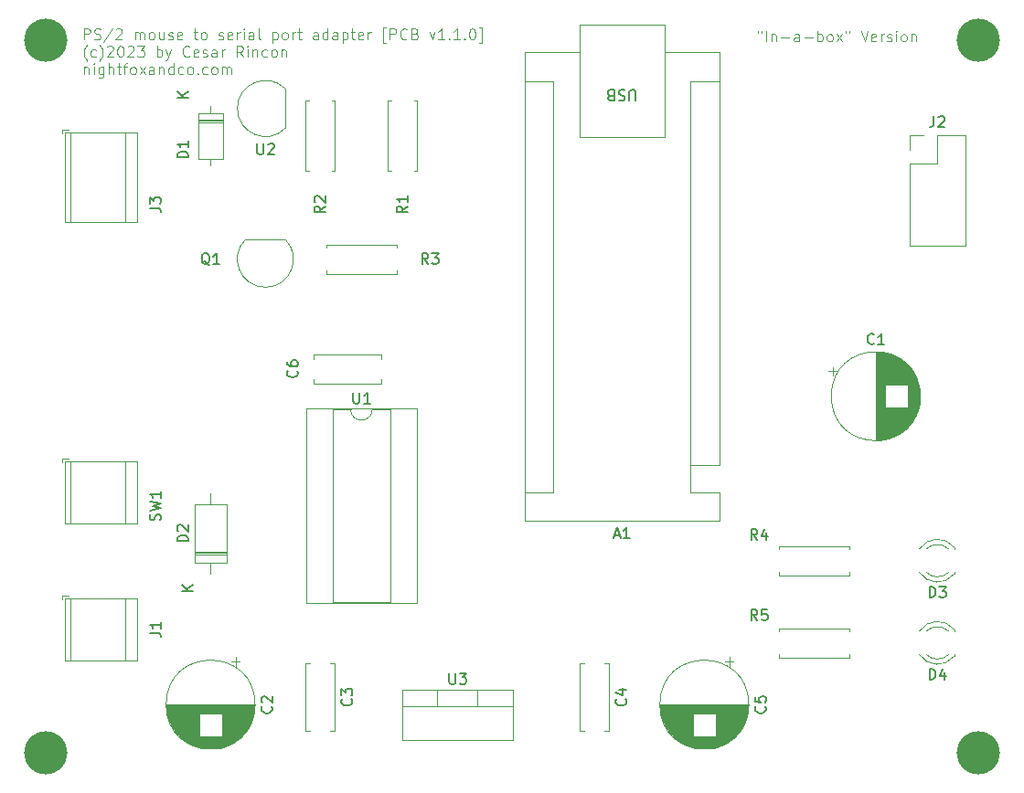
<source format=gbr>
%TF.GenerationSoftware,KiCad,Pcbnew,7.0.6*%
%TF.CreationDate,2023-08-12T10:32:04+02:00*%
%TF.ProjectId,ps2_mouse_to_serial_port_adapter_in_a_box,7073325f-6d6f-4757-9365-5f746f5f7365,rev?*%
%TF.SameCoordinates,Original*%
%TF.FileFunction,Legend,Top*%
%TF.FilePolarity,Positive*%
%FSLAX46Y46*%
G04 Gerber Fmt 4.6, Leading zero omitted, Abs format (unit mm)*
G04 Created by KiCad (PCBNEW 7.0.6) date 2023-08-12 10:32:04*
%MOMM*%
%LPD*%
G01*
G04 APERTURE LIST*
%ADD10C,0.100000*%
%ADD11C,0.150000*%
%ADD12C,0.120000*%
%ADD13C,4.000500*%
G04 APERTURE END LIST*
D10*
X31455916Y-27891929D02*
X31455916Y-26891929D01*
X31455916Y-26891929D02*
X31836868Y-26891929D01*
X31836868Y-26891929D02*
X31932106Y-26939548D01*
X31932106Y-26939548D02*
X31979725Y-26987167D01*
X31979725Y-26987167D02*
X32027344Y-27082405D01*
X32027344Y-27082405D02*
X32027344Y-27225262D01*
X32027344Y-27225262D02*
X31979725Y-27320500D01*
X31979725Y-27320500D02*
X31932106Y-27368119D01*
X31932106Y-27368119D02*
X31836868Y-27415738D01*
X31836868Y-27415738D02*
X31455916Y-27415738D01*
X32408297Y-27844310D02*
X32551154Y-27891929D01*
X32551154Y-27891929D02*
X32789249Y-27891929D01*
X32789249Y-27891929D02*
X32884487Y-27844310D01*
X32884487Y-27844310D02*
X32932106Y-27796690D01*
X32932106Y-27796690D02*
X32979725Y-27701452D01*
X32979725Y-27701452D02*
X32979725Y-27606214D01*
X32979725Y-27606214D02*
X32932106Y-27510976D01*
X32932106Y-27510976D02*
X32884487Y-27463357D01*
X32884487Y-27463357D02*
X32789249Y-27415738D01*
X32789249Y-27415738D02*
X32598773Y-27368119D01*
X32598773Y-27368119D02*
X32503535Y-27320500D01*
X32503535Y-27320500D02*
X32455916Y-27272881D01*
X32455916Y-27272881D02*
X32408297Y-27177643D01*
X32408297Y-27177643D02*
X32408297Y-27082405D01*
X32408297Y-27082405D02*
X32455916Y-26987167D01*
X32455916Y-26987167D02*
X32503535Y-26939548D01*
X32503535Y-26939548D02*
X32598773Y-26891929D01*
X32598773Y-26891929D02*
X32836868Y-26891929D01*
X32836868Y-26891929D02*
X32979725Y-26939548D01*
X34122582Y-26844310D02*
X33265440Y-28130024D01*
X34408297Y-26987167D02*
X34455916Y-26939548D01*
X34455916Y-26939548D02*
X34551154Y-26891929D01*
X34551154Y-26891929D02*
X34789249Y-26891929D01*
X34789249Y-26891929D02*
X34884487Y-26939548D01*
X34884487Y-26939548D02*
X34932106Y-26987167D01*
X34932106Y-26987167D02*
X34979725Y-27082405D01*
X34979725Y-27082405D02*
X34979725Y-27177643D01*
X34979725Y-27177643D02*
X34932106Y-27320500D01*
X34932106Y-27320500D02*
X34360678Y-27891929D01*
X34360678Y-27891929D02*
X34979725Y-27891929D01*
X36170202Y-27891929D02*
X36170202Y-27225262D01*
X36170202Y-27320500D02*
X36217821Y-27272881D01*
X36217821Y-27272881D02*
X36313059Y-27225262D01*
X36313059Y-27225262D02*
X36455916Y-27225262D01*
X36455916Y-27225262D02*
X36551154Y-27272881D01*
X36551154Y-27272881D02*
X36598773Y-27368119D01*
X36598773Y-27368119D02*
X36598773Y-27891929D01*
X36598773Y-27368119D02*
X36646392Y-27272881D01*
X36646392Y-27272881D02*
X36741630Y-27225262D01*
X36741630Y-27225262D02*
X36884487Y-27225262D01*
X36884487Y-27225262D02*
X36979726Y-27272881D01*
X36979726Y-27272881D02*
X37027345Y-27368119D01*
X37027345Y-27368119D02*
X37027345Y-27891929D01*
X37646392Y-27891929D02*
X37551154Y-27844310D01*
X37551154Y-27844310D02*
X37503535Y-27796690D01*
X37503535Y-27796690D02*
X37455916Y-27701452D01*
X37455916Y-27701452D02*
X37455916Y-27415738D01*
X37455916Y-27415738D02*
X37503535Y-27320500D01*
X37503535Y-27320500D02*
X37551154Y-27272881D01*
X37551154Y-27272881D02*
X37646392Y-27225262D01*
X37646392Y-27225262D02*
X37789249Y-27225262D01*
X37789249Y-27225262D02*
X37884487Y-27272881D01*
X37884487Y-27272881D02*
X37932106Y-27320500D01*
X37932106Y-27320500D02*
X37979725Y-27415738D01*
X37979725Y-27415738D02*
X37979725Y-27701452D01*
X37979725Y-27701452D02*
X37932106Y-27796690D01*
X37932106Y-27796690D02*
X37884487Y-27844310D01*
X37884487Y-27844310D02*
X37789249Y-27891929D01*
X37789249Y-27891929D02*
X37646392Y-27891929D01*
X38836868Y-27225262D02*
X38836868Y-27891929D01*
X38408297Y-27225262D02*
X38408297Y-27749071D01*
X38408297Y-27749071D02*
X38455916Y-27844310D01*
X38455916Y-27844310D02*
X38551154Y-27891929D01*
X38551154Y-27891929D02*
X38694011Y-27891929D01*
X38694011Y-27891929D02*
X38789249Y-27844310D01*
X38789249Y-27844310D02*
X38836868Y-27796690D01*
X39265440Y-27844310D02*
X39360678Y-27891929D01*
X39360678Y-27891929D02*
X39551154Y-27891929D01*
X39551154Y-27891929D02*
X39646392Y-27844310D01*
X39646392Y-27844310D02*
X39694011Y-27749071D01*
X39694011Y-27749071D02*
X39694011Y-27701452D01*
X39694011Y-27701452D02*
X39646392Y-27606214D01*
X39646392Y-27606214D02*
X39551154Y-27558595D01*
X39551154Y-27558595D02*
X39408297Y-27558595D01*
X39408297Y-27558595D02*
X39313059Y-27510976D01*
X39313059Y-27510976D02*
X39265440Y-27415738D01*
X39265440Y-27415738D02*
X39265440Y-27368119D01*
X39265440Y-27368119D02*
X39313059Y-27272881D01*
X39313059Y-27272881D02*
X39408297Y-27225262D01*
X39408297Y-27225262D02*
X39551154Y-27225262D01*
X39551154Y-27225262D02*
X39646392Y-27272881D01*
X40503535Y-27844310D02*
X40408297Y-27891929D01*
X40408297Y-27891929D02*
X40217821Y-27891929D01*
X40217821Y-27891929D02*
X40122583Y-27844310D01*
X40122583Y-27844310D02*
X40074964Y-27749071D01*
X40074964Y-27749071D02*
X40074964Y-27368119D01*
X40074964Y-27368119D02*
X40122583Y-27272881D01*
X40122583Y-27272881D02*
X40217821Y-27225262D01*
X40217821Y-27225262D02*
X40408297Y-27225262D01*
X40408297Y-27225262D02*
X40503535Y-27272881D01*
X40503535Y-27272881D02*
X40551154Y-27368119D01*
X40551154Y-27368119D02*
X40551154Y-27463357D01*
X40551154Y-27463357D02*
X40074964Y-27558595D01*
X41598774Y-27225262D02*
X41979726Y-27225262D01*
X41741631Y-26891929D02*
X41741631Y-27749071D01*
X41741631Y-27749071D02*
X41789250Y-27844310D01*
X41789250Y-27844310D02*
X41884488Y-27891929D01*
X41884488Y-27891929D02*
X41979726Y-27891929D01*
X42455917Y-27891929D02*
X42360679Y-27844310D01*
X42360679Y-27844310D02*
X42313060Y-27796690D01*
X42313060Y-27796690D02*
X42265441Y-27701452D01*
X42265441Y-27701452D02*
X42265441Y-27415738D01*
X42265441Y-27415738D02*
X42313060Y-27320500D01*
X42313060Y-27320500D02*
X42360679Y-27272881D01*
X42360679Y-27272881D02*
X42455917Y-27225262D01*
X42455917Y-27225262D02*
X42598774Y-27225262D01*
X42598774Y-27225262D02*
X42694012Y-27272881D01*
X42694012Y-27272881D02*
X42741631Y-27320500D01*
X42741631Y-27320500D02*
X42789250Y-27415738D01*
X42789250Y-27415738D02*
X42789250Y-27701452D01*
X42789250Y-27701452D02*
X42741631Y-27796690D01*
X42741631Y-27796690D02*
X42694012Y-27844310D01*
X42694012Y-27844310D02*
X42598774Y-27891929D01*
X42598774Y-27891929D02*
X42455917Y-27891929D01*
X43932108Y-27844310D02*
X44027346Y-27891929D01*
X44027346Y-27891929D02*
X44217822Y-27891929D01*
X44217822Y-27891929D02*
X44313060Y-27844310D01*
X44313060Y-27844310D02*
X44360679Y-27749071D01*
X44360679Y-27749071D02*
X44360679Y-27701452D01*
X44360679Y-27701452D02*
X44313060Y-27606214D01*
X44313060Y-27606214D02*
X44217822Y-27558595D01*
X44217822Y-27558595D02*
X44074965Y-27558595D01*
X44074965Y-27558595D02*
X43979727Y-27510976D01*
X43979727Y-27510976D02*
X43932108Y-27415738D01*
X43932108Y-27415738D02*
X43932108Y-27368119D01*
X43932108Y-27368119D02*
X43979727Y-27272881D01*
X43979727Y-27272881D02*
X44074965Y-27225262D01*
X44074965Y-27225262D02*
X44217822Y-27225262D01*
X44217822Y-27225262D02*
X44313060Y-27272881D01*
X45170203Y-27844310D02*
X45074965Y-27891929D01*
X45074965Y-27891929D02*
X44884489Y-27891929D01*
X44884489Y-27891929D02*
X44789251Y-27844310D01*
X44789251Y-27844310D02*
X44741632Y-27749071D01*
X44741632Y-27749071D02*
X44741632Y-27368119D01*
X44741632Y-27368119D02*
X44789251Y-27272881D01*
X44789251Y-27272881D02*
X44884489Y-27225262D01*
X44884489Y-27225262D02*
X45074965Y-27225262D01*
X45074965Y-27225262D02*
X45170203Y-27272881D01*
X45170203Y-27272881D02*
X45217822Y-27368119D01*
X45217822Y-27368119D02*
X45217822Y-27463357D01*
X45217822Y-27463357D02*
X44741632Y-27558595D01*
X45646394Y-27891929D02*
X45646394Y-27225262D01*
X45646394Y-27415738D02*
X45694013Y-27320500D01*
X45694013Y-27320500D02*
X45741632Y-27272881D01*
X45741632Y-27272881D02*
X45836870Y-27225262D01*
X45836870Y-27225262D02*
X45932108Y-27225262D01*
X46265442Y-27891929D02*
X46265442Y-27225262D01*
X46265442Y-26891929D02*
X46217823Y-26939548D01*
X46217823Y-26939548D02*
X46265442Y-26987167D01*
X46265442Y-26987167D02*
X46313061Y-26939548D01*
X46313061Y-26939548D02*
X46265442Y-26891929D01*
X46265442Y-26891929D02*
X46265442Y-26987167D01*
X47170203Y-27891929D02*
X47170203Y-27368119D01*
X47170203Y-27368119D02*
X47122584Y-27272881D01*
X47122584Y-27272881D02*
X47027346Y-27225262D01*
X47027346Y-27225262D02*
X46836870Y-27225262D01*
X46836870Y-27225262D02*
X46741632Y-27272881D01*
X47170203Y-27844310D02*
X47074965Y-27891929D01*
X47074965Y-27891929D02*
X46836870Y-27891929D01*
X46836870Y-27891929D02*
X46741632Y-27844310D01*
X46741632Y-27844310D02*
X46694013Y-27749071D01*
X46694013Y-27749071D02*
X46694013Y-27653833D01*
X46694013Y-27653833D02*
X46741632Y-27558595D01*
X46741632Y-27558595D02*
X46836870Y-27510976D01*
X46836870Y-27510976D02*
X47074965Y-27510976D01*
X47074965Y-27510976D02*
X47170203Y-27463357D01*
X47789251Y-27891929D02*
X47694013Y-27844310D01*
X47694013Y-27844310D02*
X47646394Y-27749071D01*
X47646394Y-27749071D02*
X47646394Y-26891929D01*
X48932109Y-27225262D02*
X48932109Y-28225262D01*
X48932109Y-27272881D02*
X49027347Y-27225262D01*
X49027347Y-27225262D02*
X49217823Y-27225262D01*
X49217823Y-27225262D02*
X49313061Y-27272881D01*
X49313061Y-27272881D02*
X49360680Y-27320500D01*
X49360680Y-27320500D02*
X49408299Y-27415738D01*
X49408299Y-27415738D02*
X49408299Y-27701452D01*
X49408299Y-27701452D02*
X49360680Y-27796690D01*
X49360680Y-27796690D02*
X49313061Y-27844310D01*
X49313061Y-27844310D02*
X49217823Y-27891929D01*
X49217823Y-27891929D02*
X49027347Y-27891929D01*
X49027347Y-27891929D02*
X48932109Y-27844310D01*
X49979728Y-27891929D02*
X49884490Y-27844310D01*
X49884490Y-27844310D02*
X49836871Y-27796690D01*
X49836871Y-27796690D02*
X49789252Y-27701452D01*
X49789252Y-27701452D02*
X49789252Y-27415738D01*
X49789252Y-27415738D02*
X49836871Y-27320500D01*
X49836871Y-27320500D02*
X49884490Y-27272881D01*
X49884490Y-27272881D02*
X49979728Y-27225262D01*
X49979728Y-27225262D02*
X50122585Y-27225262D01*
X50122585Y-27225262D02*
X50217823Y-27272881D01*
X50217823Y-27272881D02*
X50265442Y-27320500D01*
X50265442Y-27320500D02*
X50313061Y-27415738D01*
X50313061Y-27415738D02*
X50313061Y-27701452D01*
X50313061Y-27701452D02*
X50265442Y-27796690D01*
X50265442Y-27796690D02*
X50217823Y-27844310D01*
X50217823Y-27844310D02*
X50122585Y-27891929D01*
X50122585Y-27891929D02*
X49979728Y-27891929D01*
X50741633Y-27891929D02*
X50741633Y-27225262D01*
X50741633Y-27415738D02*
X50789252Y-27320500D01*
X50789252Y-27320500D02*
X50836871Y-27272881D01*
X50836871Y-27272881D02*
X50932109Y-27225262D01*
X50932109Y-27225262D02*
X51027347Y-27225262D01*
X51217824Y-27225262D02*
X51598776Y-27225262D01*
X51360681Y-26891929D02*
X51360681Y-27749071D01*
X51360681Y-27749071D02*
X51408300Y-27844310D01*
X51408300Y-27844310D02*
X51503538Y-27891929D01*
X51503538Y-27891929D02*
X51598776Y-27891929D01*
X53122586Y-27891929D02*
X53122586Y-27368119D01*
X53122586Y-27368119D02*
X53074967Y-27272881D01*
X53074967Y-27272881D02*
X52979729Y-27225262D01*
X52979729Y-27225262D02*
X52789253Y-27225262D01*
X52789253Y-27225262D02*
X52694015Y-27272881D01*
X53122586Y-27844310D02*
X53027348Y-27891929D01*
X53027348Y-27891929D02*
X52789253Y-27891929D01*
X52789253Y-27891929D02*
X52694015Y-27844310D01*
X52694015Y-27844310D02*
X52646396Y-27749071D01*
X52646396Y-27749071D02*
X52646396Y-27653833D01*
X52646396Y-27653833D02*
X52694015Y-27558595D01*
X52694015Y-27558595D02*
X52789253Y-27510976D01*
X52789253Y-27510976D02*
X53027348Y-27510976D01*
X53027348Y-27510976D02*
X53122586Y-27463357D01*
X54027348Y-27891929D02*
X54027348Y-26891929D01*
X54027348Y-27844310D02*
X53932110Y-27891929D01*
X53932110Y-27891929D02*
X53741634Y-27891929D01*
X53741634Y-27891929D02*
X53646396Y-27844310D01*
X53646396Y-27844310D02*
X53598777Y-27796690D01*
X53598777Y-27796690D02*
X53551158Y-27701452D01*
X53551158Y-27701452D02*
X53551158Y-27415738D01*
X53551158Y-27415738D02*
X53598777Y-27320500D01*
X53598777Y-27320500D02*
X53646396Y-27272881D01*
X53646396Y-27272881D02*
X53741634Y-27225262D01*
X53741634Y-27225262D02*
X53932110Y-27225262D01*
X53932110Y-27225262D02*
X54027348Y-27272881D01*
X54932110Y-27891929D02*
X54932110Y-27368119D01*
X54932110Y-27368119D02*
X54884491Y-27272881D01*
X54884491Y-27272881D02*
X54789253Y-27225262D01*
X54789253Y-27225262D02*
X54598777Y-27225262D01*
X54598777Y-27225262D02*
X54503539Y-27272881D01*
X54932110Y-27844310D02*
X54836872Y-27891929D01*
X54836872Y-27891929D02*
X54598777Y-27891929D01*
X54598777Y-27891929D02*
X54503539Y-27844310D01*
X54503539Y-27844310D02*
X54455920Y-27749071D01*
X54455920Y-27749071D02*
X54455920Y-27653833D01*
X54455920Y-27653833D02*
X54503539Y-27558595D01*
X54503539Y-27558595D02*
X54598777Y-27510976D01*
X54598777Y-27510976D02*
X54836872Y-27510976D01*
X54836872Y-27510976D02*
X54932110Y-27463357D01*
X55408301Y-27225262D02*
X55408301Y-28225262D01*
X55408301Y-27272881D02*
X55503539Y-27225262D01*
X55503539Y-27225262D02*
X55694015Y-27225262D01*
X55694015Y-27225262D02*
X55789253Y-27272881D01*
X55789253Y-27272881D02*
X55836872Y-27320500D01*
X55836872Y-27320500D02*
X55884491Y-27415738D01*
X55884491Y-27415738D02*
X55884491Y-27701452D01*
X55884491Y-27701452D02*
X55836872Y-27796690D01*
X55836872Y-27796690D02*
X55789253Y-27844310D01*
X55789253Y-27844310D02*
X55694015Y-27891929D01*
X55694015Y-27891929D02*
X55503539Y-27891929D01*
X55503539Y-27891929D02*
X55408301Y-27844310D01*
X56170206Y-27225262D02*
X56551158Y-27225262D01*
X56313063Y-26891929D02*
X56313063Y-27749071D01*
X56313063Y-27749071D02*
X56360682Y-27844310D01*
X56360682Y-27844310D02*
X56455920Y-27891929D01*
X56455920Y-27891929D02*
X56551158Y-27891929D01*
X57265444Y-27844310D02*
X57170206Y-27891929D01*
X57170206Y-27891929D02*
X56979730Y-27891929D01*
X56979730Y-27891929D02*
X56884492Y-27844310D01*
X56884492Y-27844310D02*
X56836873Y-27749071D01*
X56836873Y-27749071D02*
X56836873Y-27368119D01*
X56836873Y-27368119D02*
X56884492Y-27272881D01*
X56884492Y-27272881D02*
X56979730Y-27225262D01*
X56979730Y-27225262D02*
X57170206Y-27225262D01*
X57170206Y-27225262D02*
X57265444Y-27272881D01*
X57265444Y-27272881D02*
X57313063Y-27368119D01*
X57313063Y-27368119D02*
X57313063Y-27463357D01*
X57313063Y-27463357D02*
X56836873Y-27558595D01*
X57741635Y-27891929D02*
X57741635Y-27225262D01*
X57741635Y-27415738D02*
X57789254Y-27320500D01*
X57789254Y-27320500D02*
X57836873Y-27272881D01*
X57836873Y-27272881D02*
X57932111Y-27225262D01*
X57932111Y-27225262D02*
X58027349Y-27225262D01*
X59408302Y-28225262D02*
X59170207Y-28225262D01*
X59170207Y-28225262D02*
X59170207Y-26796690D01*
X59170207Y-26796690D02*
X59408302Y-26796690D01*
X59789255Y-27891929D02*
X59789255Y-26891929D01*
X59789255Y-26891929D02*
X60170207Y-26891929D01*
X60170207Y-26891929D02*
X60265445Y-26939548D01*
X60265445Y-26939548D02*
X60313064Y-26987167D01*
X60313064Y-26987167D02*
X60360683Y-27082405D01*
X60360683Y-27082405D02*
X60360683Y-27225262D01*
X60360683Y-27225262D02*
X60313064Y-27320500D01*
X60313064Y-27320500D02*
X60265445Y-27368119D01*
X60265445Y-27368119D02*
X60170207Y-27415738D01*
X60170207Y-27415738D02*
X59789255Y-27415738D01*
X61360683Y-27796690D02*
X61313064Y-27844310D01*
X61313064Y-27844310D02*
X61170207Y-27891929D01*
X61170207Y-27891929D02*
X61074969Y-27891929D01*
X61074969Y-27891929D02*
X60932112Y-27844310D01*
X60932112Y-27844310D02*
X60836874Y-27749071D01*
X60836874Y-27749071D02*
X60789255Y-27653833D01*
X60789255Y-27653833D02*
X60741636Y-27463357D01*
X60741636Y-27463357D02*
X60741636Y-27320500D01*
X60741636Y-27320500D02*
X60789255Y-27130024D01*
X60789255Y-27130024D02*
X60836874Y-27034786D01*
X60836874Y-27034786D02*
X60932112Y-26939548D01*
X60932112Y-26939548D02*
X61074969Y-26891929D01*
X61074969Y-26891929D02*
X61170207Y-26891929D01*
X61170207Y-26891929D02*
X61313064Y-26939548D01*
X61313064Y-26939548D02*
X61360683Y-26987167D01*
X62122588Y-27368119D02*
X62265445Y-27415738D01*
X62265445Y-27415738D02*
X62313064Y-27463357D01*
X62313064Y-27463357D02*
X62360683Y-27558595D01*
X62360683Y-27558595D02*
X62360683Y-27701452D01*
X62360683Y-27701452D02*
X62313064Y-27796690D01*
X62313064Y-27796690D02*
X62265445Y-27844310D01*
X62265445Y-27844310D02*
X62170207Y-27891929D01*
X62170207Y-27891929D02*
X61789255Y-27891929D01*
X61789255Y-27891929D02*
X61789255Y-26891929D01*
X61789255Y-26891929D02*
X62122588Y-26891929D01*
X62122588Y-26891929D02*
X62217826Y-26939548D01*
X62217826Y-26939548D02*
X62265445Y-26987167D01*
X62265445Y-26987167D02*
X62313064Y-27082405D01*
X62313064Y-27082405D02*
X62313064Y-27177643D01*
X62313064Y-27177643D02*
X62265445Y-27272881D01*
X62265445Y-27272881D02*
X62217826Y-27320500D01*
X62217826Y-27320500D02*
X62122588Y-27368119D01*
X62122588Y-27368119D02*
X61789255Y-27368119D01*
X63455922Y-27225262D02*
X63694017Y-27891929D01*
X63694017Y-27891929D02*
X63932112Y-27225262D01*
X64836874Y-27891929D02*
X64265446Y-27891929D01*
X64551160Y-27891929D02*
X64551160Y-26891929D01*
X64551160Y-26891929D02*
X64455922Y-27034786D01*
X64455922Y-27034786D02*
X64360684Y-27130024D01*
X64360684Y-27130024D02*
X64265446Y-27177643D01*
X65265446Y-27796690D02*
X65313065Y-27844310D01*
X65313065Y-27844310D02*
X65265446Y-27891929D01*
X65265446Y-27891929D02*
X65217827Y-27844310D01*
X65217827Y-27844310D02*
X65265446Y-27796690D01*
X65265446Y-27796690D02*
X65265446Y-27891929D01*
X66265445Y-27891929D02*
X65694017Y-27891929D01*
X65979731Y-27891929D02*
X65979731Y-26891929D01*
X65979731Y-26891929D02*
X65884493Y-27034786D01*
X65884493Y-27034786D02*
X65789255Y-27130024D01*
X65789255Y-27130024D02*
X65694017Y-27177643D01*
X66694017Y-27796690D02*
X66741636Y-27844310D01*
X66741636Y-27844310D02*
X66694017Y-27891929D01*
X66694017Y-27891929D02*
X66646398Y-27844310D01*
X66646398Y-27844310D02*
X66694017Y-27796690D01*
X66694017Y-27796690D02*
X66694017Y-27891929D01*
X67360683Y-26891929D02*
X67455921Y-26891929D01*
X67455921Y-26891929D02*
X67551159Y-26939548D01*
X67551159Y-26939548D02*
X67598778Y-26987167D01*
X67598778Y-26987167D02*
X67646397Y-27082405D01*
X67646397Y-27082405D02*
X67694016Y-27272881D01*
X67694016Y-27272881D02*
X67694016Y-27510976D01*
X67694016Y-27510976D02*
X67646397Y-27701452D01*
X67646397Y-27701452D02*
X67598778Y-27796690D01*
X67598778Y-27796690D02*
X67551159Y-27844310D01*
X67551159Y-27844310D02*
X67455921Y-27891929D01*
X67455921Y-27891929D02*
X67360683Y-27891929D01*
X67360683Y-27891929D02*
X67265445Y-27844310D01*
X67265445Y-27844310D02*
X67217826Y-27796690D01*
X67217826Y-27796690D02*
X67170207Y-27701452D01*
X67170207Y-27701452D02*
X67122588Y-27510976D01*
X67122588Y-27510976D02*
X67122588Y-27272881D01*
X67122588Y-27272881D02*
X67170207Y-27082405D01*
X67170207Y-27082405D02*
X67217826Y-26987167D01*
X67217826Y-26987167D02*
X67265445Y-26939548D01*
X67265445Y-26939548D02*
X67360683Y-26891929D01*
X68027350Y-28225262D02*
X68265445Y-28225262D01*
X68265445Y-28225262D02*
X68265445Y-26796690D01*
X68265445Y-26796690D02*
X68027350Y-26796690D01*
X31741630Y-29882881D02*
X31694011Y-29835262D01*
X31694011Y-29835262D02*
X31598773Y-29692405D01*
X31598773Y-29692405D02*
X31551154Y-29597167D01*
X31551154Y-29597167D02*
X31503535Y-29454310D01*
X31503535Y-29454310D02*
X31455916Y-29216214D01*
X31455916Y-29216214D02*
X31455916Y-29025738D01*
X31455916Y-29025738D02*
X31503535Y-28787643D01*
X31503535Y-28787643D02*
X31551154Y-28644786D01*
X31551154Y-28644786D02*
X31598773Y-28549548D01*
X31598773Y-28549548D02*
X31694011Y-28406690D01*
X31694011Y-28406690D02*
X31741630Y-28359071D01*
X32551154Y-29454310D02*
X32455916Y-29501929D01*
X32455916Y-29501929D02*
X32265440Y-29501929D01*
X32265440Y-29501929D02*
X32170202Y-29454310D01*
X32170202Y-29454310D02*
X32122583Y-29406690D01*
X32122583Y-29406690D02*
X32074964Y-29311452D01*
X32074964Y-29311452D02*
X32074964Y-29025738D01*
X32074964Y-29025738D02*
X32122583Y-28930500D01*
X32122583Y-28930500D02*
X32170202Y-28882881D01*
X32170202Y-28882881D02*
X32265440Y-28835262D01*
X32265440Y-28835262D02*
X32455916Y-28835262D01*
X32455916Y-28835262D02*
X32551154Y-28882881D01*
X32884488Y-29882881D02*
X32932107Y-29835262D01*
X32932107Y-29835262D02*
X33027345Y-29692405D01*
X33027345Y-29692405D02*
X33074964Y-29597167D01*
X33074964Y-29597167D02*
X33122583Y-29454310D01*
X33122583Y-29454310D02*
X33170202Y-29216214D01*
X33170202Y-29216214D02*
X33170202Y-29025738D01*
X33170202Y-29025738D02*
X33122583Y-28787643D01*
X33122583Y-28787643D02*
X33074964Y-28644786D01*
X33074964Y-28644786D02*
X33027345Y-28549548D01*
X33027345Y-28549548D02*
X32932107Y-28406690D01*
X32932107Y-28406690D02*
X32884488Y-28359071D01*
X33598774Y-28597167D02*
X33646393Y-28549548D01*
X33646393Y-28549548D02*
X33741631Y-28501929D01*
X33741631Y-28501929D02*
X33979726Y-28501929D01*
X33979726Y-28501929D02*
X34074964Y-28549548D01*
X34074964Y-28549548D02*
X34122583Y-28597167D01*
X34122583Y-28597167D02*
X34170202Y-28692405D01*
X34170202Y-28692405D02*
X34170202Y-28787643D01*
X34170202Y-28787643D02*
X34122583Y-28930500D01*
X34122583Y-28930500D02*
X33551155Y-29501929D01*
X33551155Y-29501929D02*
X34170202Y-29501929D01*
X34789250Y-28501929D02*
X34884488Y-28501929D01*
X34884488Y-28501929D02*
X34979726Y-28549548D01*
X34979726Y-28549548D02*
X35027345Y-28597167D01*
X35027345Y-28597167D02*
X35074964Y-28692405D01*
X35074964Y-28692405D02*
X35122583Y-28882881D01*
X35122583Y-28882881D02*
X35122583Y-29120976D01*
X35122583Y-29120976D02*
X35074964Y-29311452D01*
X35074964Y-29311452D02*
X35027345Y-29406690D01*
X35027345Y-29406690D02*
X34979726Y-29454310D01*
X34979726Y-29454310D02*
X34884488Y-29501929D01*
X34884488Y-29501929D02*
X34789250Y-29501929D01*
X34789250Y-29501929D02*
X34694012Y-29454310D01*
X34694012Y-29454310D02*
X34646393Y-29406690D01*
X34646393Y-29406690D02*
X34598774Y-29311452D01*
X34598774Y-29311452D02*
X34551155Y-29120976D01*
X34551155Y-29120976D02*
X34551155Y-28882881D01*
X34551155Y-28882881D02*
X34598774Y-28692405D01*
X34598774Y-28692405D02*
X34646393Y-28597167D01*
X34646393Y-28597167D02*
X34694012Y-28549548D01*
X34694012Y-28549548D02*
X34789250Y-28501929D01*
X35503536Y-28597167D02*
X35551155Y-28549548D01*
X35551155Y-28549548D02*
X35646393Y-28501929D01*
X35646393Y-28501929D02*
X35884488Y-28501929D01*
X35884488Y-28501929D02*
X35979726Y-28549548D01*
X35979726Y-28549548D02*
X36027345Y-28597167D01*
X36027345Y-28597167D02*
X36074964Y-28692405D01*
X36074964Y-28692405D02*
X36074964Y-28787643D01*
X36074964Y-28787643D02*
X36027345Y-28930500D01*
X36027345Y-28930500D02*
X35455917Y-29501929D01*
X35455917Y-29501929D02*
X36074964Y-29501929D01*
X36408298Y-28501929D02*
X37027345Y-28501929D01*
X37027345Y-28501929D02*
X36694012Y-28882881D01*
X36694012Y-28882881D02*
X36836869Y-28882881D01*
X36836869Y-28882881D02*
X36932107Y-28930500D01*
X36932107Y-28930500D02*
X36979726Y-28978119D01*
X36979726Y-28978119D02*
X37027345Y-29073357D01*
X37027345Y-29073357D02*
X37027345Y-29311452D01*
X37027345Y-29311452D02*
X36979726Y-29406690D01*
X36979726Y-29406690D02*
X36932107Y-29454310D01*
X36932107Y-29454310D02*
X36836869Y-29501929D01*
X36836869Y-29501929D02*
X36551155Y-29501929D01*
X36551155Y-29501929D02*
X36455917Y-29454310D01*
X36455917Y-29454310D02*
X36408298Y-29406690D01*
X38217822Y-29501929D02*
X38217822Y-28501929D01*
X38217822Y-28882881D02*
X38313060Y-28835262D01*
X38313060Y-28835262D02*
X38503536Y-28835262D01*
X38503536Y-28835262D02*
X38598774Y-28882881D01*
X38598774Y-28882881D02*
X38646393Y-28930500D01*
X38646393Y-28930500D02*
X38694012Y-29025738D01*
X38694012Y-29025738D02*
X38694012Y-29311452D01*
X38694012Y-29311452D02*
X38646393Y-29406690D01*
X38646393Y-29406690D02*
X38598774Y-29454310D01*
X38598774Y-29454310D02*
X38503536Y-29501929D01*
X38503536Y-29501929D02*
X38313060Y-29501929D01*
X38313060Y-29501929D02*
X38217822Y-29454310D01*
X39027346Y-28835262D02*
X39265441Y-29501929D01*
X39503536Y-28835262D02*
X39265441Y-29501929D01*
X39265441Y-29501929D02*
X39170203Y-29740024D01*
X39170203Y-29740024D02*
X39122584Y-29787643D01*
X39122584Y-29787643D02*
X39027346Y-29835262D01*
X41217822Y-29406690D02*
X41170203Y-29454310D01*
X41170203Y-29454310D02*
X41027346Y-29501929D01*
X41027346Y-29501929D02*
X40932108Y-29501929D01*
X40932108Y-29501929D02*
X40789251Y-29454310D01*
X40789251Y-29454310D02*
X40694013Y-29359071D01*
X40694013Y-29359071D02*
X40646394Y-29263833D01*
X40646394Y-29263833D02*
X40598775Y-29073357D01*
X40598775Y-29073357D02*
X40598775Y-28930500D01*
X40598775Y-28930500D02*
X40646394Y-28740024D01*
X40646394Y-28740024D02*
X40694013Y-28644786D01*
X40694013Y-28644786D02*
X40789251Y-28549548D01*
X40789251Y-28549548D02*
X40932108Y-28501929D01*
X40932108Y-28501929D02*
X41027346Y-28501929D01*
X41027346Y-28501929D02*
X41170203Y-28549548D01*
X41170203Y-28549548D02*
X41217822Y-28597167D01*
X42027346Y-29454310D02*
X41932108Y-29501929D01*
X41932108Y-29501929D02*
X41741632Y-29501929D01*
X41741632Y-29501929D02*
X41646394Y-29454310D01*
X41646394Y-29454310D02*
X41598775Y-29359071D01*
X41598775Y-29359071D02*
X41598775Y-28978119D01*
X41598775Y-28978119D02*
X41646394Y-28882881D01*
X41646394Y-28882881D02*
X41741632Y-28835262D01*
X41741632Y-28835262D02*
X41932108Y-28835262D01*
X41932108Y-28835262D02*
X42027346Y-28882881D01*
X42027346Y-28882881D02*
X42074965Y-28978119D01*
X42074965Y-28978119D02*
X42074965Y-29073357D01*
X42074965Y-29073357D02*
X41598775Y-29168595D01*
X42455918Y-29454310D02*
X42551156Y-29501929D01*
X42551156Y-29501929D02*
X42741632Y-29501929D01*
X42741632Y-29501929D02*
X42836870Y-29454310D01*
X42836870Y-29454310D02*
X42884489Y-29359071D01*
X42884489Y-29359071D02*
X42884489Y-29311452D01*
X42884489Y-29311452D02*
X42836870Y-29216214D01*
X42836870Y-29216214D02*
X42741632Y-29168595D01*
X42741632Y-29168595D02*
X42598775Y-29168595D01*
X42598775Y-29168595D02*
X42503537Y-29120976D01*
X42503537Y-29120976D02*
X42455918Y-29025738D01*
X42455918Y-29025738D02*
X42455918Y-28978119D01*
X42455918Y-28978119D02*
X42503537Y-28882881D01*
X42503537Y-28882881D02*
X42598775Y-28835262D01*
X42598775Y-28835262D02*
X42741632Y-28835262D01*
X42741632Y-28835262D02*
X42836870Y-28882881D01*
X43741632Y-29501929D02*
X43741632Y-28978119D01*
X43741632Y-28978119D02*
X43694013Y-28882881D01*
X43694013Y-28882881D02*
X43598775Y-28835262D01*
X43598775Y-28835262D02*
X43408299Y-28835262D01*
X43408299Y-28835262D02*
X43313061Y-28882881D01*
X43741632Y-29454310D02*
X43646394Y-29501929D01*
X43646394Y-29501929D02*
X43408299Y-29501929D01*
X43408299Y-29501929D02*
X43313061Y-29454310D01*
X43313061Y-29454310D02*
X43265442Y-29359071D01*
X43265442Y-29359071D02*
X43265442Y-29263833D01*
X43265442Y-29263833D02*
X43313061Y-29168595D01*
X43313061Y-29168595D02*
X43408299Y-29120976D01*
X43408299Y-29120976D02*
X43646394Y-29120976D01*
X43646394Y-29120976D02*
X43741632Y-29073357D01*
X44217823Y-29501929D02*
X44217823Y-28835262D01*
X44217823Y-29025738D02*
X44265442Y-28930500D01*
X44265442Y-28930500D02*
X44313061Y-28882881D01*
X44313061Y-28882881D02*
X44408299Y-28835262D01*
X44408299Y-28835262D02*
X44503537Y-28835262D01*
X46170204Y-29501929D02*
X45836871Y-29025738D01*
X45598776Y-29501929D02*
X45598776Y-28501929D01*
X45598776Y-28501929D02*
X45979728Y-28501929D01*
X45979728Y-28501929D02*
X46074966Y-28549548D01*
X46074966Y-28549548D02*
X46122585Y-28597167D01*
X46122585Y-28597167D02*
X46170204Y-28692405D01*
X46170204Y-28692405D02*
X46170204Y-28835262D01*
X46170204Y-28835262D02*
X46122585Y-28930500D01*
X46122585Y-28930500D02*
X46074966Y-28978119D01*
X46074966Y-28978119D02*
X45979728Y-29025738D01*
X45979728Y-29025738D02*
X45598776Y-29025738D01*
X46598776Y-29501929D02*
X46598776Y-28835262D01*
X46598776Y-28501929D02*
X46551157Y-28549548D01*
X46551157Y-28549548D02*
X46598776Y-28597167D01*
X46598776Y-28597167D02*
X46646395Y-28549548D01*
X46646395Y-28549548D02*
X46598776Y-28501929D01*
X46598776Y-28501929D02*
X46598776Y-28597167D01*
X47074966Y-28835262D02*
X47074966Y-29501929D01*
X47074966Y-28930500D02*
X47122585Y-28882881D01*
X47122585Y-28882881D02*
X47217823Y-28835262D01*
X47217823Y-28835262D02*
X47360680Y-28835262D01*
X47360680Y-28835262D02*
X47455918Y-28882881D01*
X47455918Y-28882881D02*
X47503537Y-28978119D01*
X47503537Y-28978119D02*
X47503537Y-29501929D01*
X48408299Y-29454310D02*
X48313061Y-29501929D01*
X48313061Y-29501929D02*
X48122585Y-29501929D01*
X48122585Y-29501929D02*
X48027347Y-29454310D01*
X48027347Y-29454310D02*
X47979728Y-29406690D01*
X47979728Y-29406690D02*
X47932109Y-29311452D01*
X47932109Y-29311452D02*
X47932109Y-29025738D01*
X47932109Y-29025738D02*
X47979728Y-28930500D01*
X47979728Y-28930500D02*
X48027347Y-28882881D01*
X48027347Y-28882881D02*
X48122585Y-28835262D01*
X48122585Y-28835262D02*
X48313061Y-28835262D01*
X48313061Y-28835262D02*
X48408299Y-28882881D01*
X48979728Y-29501929D02*
X48884490Y-29454310D01*
X48884490Y-29454310D02*
X48836871Y-29406690D01*
X48836871Y-29406690D02*
X48789252Y-29311452D01*
X48789252Y-29311452D02*
X48789252Y-29025738D01*
X48789252Y-29025738D02*
X48836871Y-28930500D01*
X48836871Y-28930500D02*
X48884490Y-28882881D01*
X48884490Y-28882881D02*
X48979728Y-28835262D01*
X48979728Y-28835262D02*
X49122585Y-28835262D01*
X49122585Y-28835262D02*
X49217823Y-28882881D01*
X49217823Y-28882881D02*
X49265442Y-28930500D01*
X49265442Y-28930500D02*
X49313061Y-29025738D01*
X49313061Y-29025738D02*
X49313061Y-29311452D01*
X49313061Y-29311452D02*
X49265442Y-29406690D01*
X49265442Y-29406690D02*
X49217823Y-29454310D01*
X49217823Y-29454310D02*
X49122585Y-29501929D01*
X49122585Y-29501929D02*
X48979728Y-29501929D01*
X49741633Y-28835262D02*
X49741633Y-29501929D01*
X49741633Y-28930500D02*
X49789252Y-28882881D01*
X49789252Y-28882881D02*
X49884490Y-28835262D01*
X49884490Y-28835262D02*
X50027347Y-28835262D01*
X50027347Y-28835262D02*
X50122585Y-28882881D01*
X50122585Y-28882881D02*
X50170204Y-28978119D01*
X50170204Y-28978119D02*
X50170204Y-29501929D01*
X31455916Y-30445262D02*
X31455916Y-31111929D01*
X31455916Y-30540500D02*
X31503535Y-30492881D01*
X31503535Y-30492881D02*
X31598773Y-30445262D01*
X31598773Y-30445262D02*
X31741630Y-30445262D01*
X31741630Y-30445262D02*
X31836868Y-30492881D01*
X31836868Y-30492881D02*
X31884487Y-30588119D01*
X31884487Y-30588119D02*
X31884487Y-31111929D01*
X32360678Y-31111929D02*
X32360678Y-30445262D01*
X32360678Y-30111929D02*
X32313059Y-30159548D01*
X32313059Y-30159548D02*
X32360678Y-30207167D01*
X32360678Y-30207167D02*
X32408297Y-30159548D01*
X32408297Y-30159548D02*
X32360678Y-30111929D01*
X32360678Y-30111929D02*
X32360678Y-30207167D01*
X33265439Y-30445262D02*
X33265439Y-31254786D01*
X33265439Y-31254786D02*
X33217820Y-31350024D01*
X33217820Y-31350024D02*
X33170201Y-31397643D01*
X33170201Y-31397643D02*
X33074963Y-31445262D01*
X33074963Y-31445262D02*
X32932106Y-31445262D01*
X32932106Y-31445262D02*
X32836868Y-31397643D01*
X33265439Y-31064310D02*
X33170201Y-31111929D01*
X33170201Y-31111929D02*
X32979725Y-31111929D01*
X32979725Y-31111929D02*
X32884487Y-31064310D01*
X32884487Y-31064310D02*
X32836868Y-31016690D01*
X32836868Y-31016690D02*
X32789249Y-30921452D01*
X32789249Y-30921452D02*
X32789249Y-30635738D01*
X32789249Y-30635738D02*
X32836868Y-30540500D01*
X32836868Y-30540500D02*
X32884487Y-30492881D01*
X32884487Y-30492881D02*
X32979725Y-30445262D01*
X32979725Y-30445262D02*
X33170201Y-30445262D01*
X33170201Y-30445262D02*
X33265439Y-30492881D01*
X33741630Y-31111929D02*
X33741630Y-30111929D01*
X34170201Y-31111929D02*
X34170201Y-30588119D01*
X34170201Y-30588119D02*
X34122582Y-30492881D01*
X34122582Y-30492881D02*
X34027344Y-30445262D01*
X34027344Y-30445262D02*
X33884487Y-30445262D01*
X33884487Y-30445262D02*
X33789249Y-30492881D01*
X33789249Y-30492881D02*
X33741630Y-30540500D01*
X34503535Y-30445262D02*
X34884487Y-30445262D01*
X34646392Y-30111929D02*
X34646392Y-30969071D01*
X34646392Y-30969071D02*
X34694011Y-31064310D01*
X34694011Y-31064310D02*
X34789249Y-31111929D01*
X34789249Y-31111929D02*
X34884487Y-31111929D01*
X35074964Y-30445262D02*
X35455916Y-30445262D01*
X35217821Y-31111929D02*
X35217821Y-30254786D01*
X35217821Y-30254786D02*
X35265440Y-30159548D01*
X35265440Y-30159548D02*
X35360678Y-30111929D01*
X35360678Y-30111929D02*
X35455916Y-30111929D01*
X35932107Y-31111929D02*
X35836869Y-31064310D01*
X35836869Y-31064310D02*
X35789250Y-31016690D01*
X35789250Y-31016690D02*
X35741631Y-30921452D01*
X35741631Y-30921452D02*
X35741631Y-30635738D01*
X35741631Y-30635738D02*
X35789250Y-30540500D01*
X35789250Y-30540500D02*
X35836869Y-30492881D01*
X35836869Y-30492881D02*
X35932107Y-30445262D01*
X35932107Y-30445262D02*
X36074964Y-30445262D01*
X36074964Y-30445262D02*
X36170202Y-30492881D01*
X36170202Y-30492881D02*
X36217821Y-30540500D01*
X36217821Y-30540500D02*
X36265440Y-30635738D01*
X36265440Y-30635738D02*
X36265440Y-30921452D01*
X36265440Y-30921452D02*
X36217821Y-31016690D01*
X36217821Y-31016690D02*
X36170202Y-31064310D01*
X36170202Y-31064310D02*
X36074964Y-31111929D01*
X36074964Y-31111929D02*
X35932107Y-31111929D01*
X36598774Y-31111929D02*
X37122583Y-30445262D01*
X36598774Y-30445262D02*
X37122583Y-31111929D01*
X37932107Y-31111929D02*
X37932107Y-30588119D01*
X37932107Y-30588119D02*
X37884488Y-30492881D01*
X37884488Y-30492881D02*
X37789250Y-30445262D01*
X37789250Y-30445262D02*
X37598774Y-30445262D01*
X37598774Y-30445262D02*
X37503536Y-30492881D01*
X37932107Y-31064310D02*
X37836869Y-31111929D01*
X37836869Y-31111929D02*
X37598774Y-31111929D01*
X37598774Y-31111929D02*
X37503536Y-31064310D01*
X37503536Y-31064310D02*
X37455917Y-30969071D01*
X37455917Y-30969071D02*
X37455917Y-30873833D01*
X37455917Y-30873833D02*
X37503536Y-30778595D01*
X37503536Y-30778595D02*
X37598774Y-30730976D01*
X37598774Y-30730976D02*
X37836869Y-30730976D01*
X37836869Y-30730976D02*
X37932107Y-30683357D01*
X38408298Y-30445262D02*
X38408298Y-31111929D01*
X38408298Y-30540500D02*
X38455917Y-30492881D01*
X38455917Y-30492881D02*
X38551155Y-30445262D01*
X38551155Y-30445262D02*
X38694012Y-30445262D01*
X38694012Y-30445262D02*
X38789250Y-30492881D01*
X38789250Y-30492881D02*
X38836869Y-30588119D01*
X38836869Y-30588119D02*
X38836869Y-31111929D01*
X39741631Y-31111929D02*
X39741631Y-30111929D01*
X39741631Y-31064310D02*
X39646393Y-31111929D01*
X39646393Y-31111929D02*
X39455917Y-31111929D01*
X39455917Y-31111929D02*
X39360679Y-31064310D01*
X39360679Y-31064310D02*
X39313060Y-31016690D01*
X39313060Y-31016690D02*
X39265441Y-30921452D01*
X39265441Y-30921452D02*
X39265441Y-30635738D01*
X39265441Y-30635738D02*
X39313060Y-30540500D01*
X39313060Y-30540500D02*
X39360679Y-30492881D01*
X39360679Y-30492881D02*
X39455917Y-30445262D01*
X39455917Y-30445262D02*
X39646393Y-30445262D01*
X39646393Y-30445262D02*
X39741631Y-30492881D01*
X40646393Y-31064310D02*
X40551155Y-31111929D01*
X40551155Y-31111929D02*
X40360679Y-31111929D01*
X40360679Y-31111929D02*
X40265441Y-31064310D01*
X40265441Y-31064310D02*
X40217822Y-31016690D01*
X40217822Y-31016690D02*
X40170203Y-30921452D01*
X40170203Y-30921452D02*
X40170203Y-30635738D01*
X40170203Y-30635738D02*
X40217822Y-30540500D01*
X40217822Y-30540500D02*
X40265441Y-30492881D01*
X40265441Y-30492881D02*
X40360679Y-30445262D01*
X40360679Y-30445262D02*
X40551155Y-30445262D01*
X40551155Y-30445262D02*
X40646393Y-30492881D01*
X41217822Y-31111929D02*
X41122584Y-31064310D01*
X41122584Y-31064310D02*
X41074965Y-31016690D01*
X41074965Y-31016690D02*
X41027346Y-30921452D01*
X41027346Y-30921452D02*
X41027346Y-30635738D01*
X41027346Y-30635738D02*
X41074965Y-30540500D01*
X41074965Y-30540500D02*
X41122584Y-30492881D01*
X41122584Y-30492881D02*
X41217822Y-30445262D01*
X41217822Y-30445262D02*
X41360679Y-30445262D01*
X41360679Y-30445262D02*
X41455917Y-30492881D01*
X41455917Y-30492881D02*
X41503536Y-30540500D01*
X41503536Y-30540500D02*
X41551155Y-30635738D01*
X41551155Y-30635738D02*
X41551155Y-30921452D01*
X41551155Y-30921452D02*
X41503536Y-31016690D01*
X41503536Y-31016690D02*
X41455917Y-31064310D01*
X41455917Y-31064310D02*
X41360679Y-31111929D01*
X41360679Y-31111929D02*
X41217822Y-31111929D01*
X41979727Y-31016690D02*
X42027346Y-31064310D01*
X42027346Y-31064310D02*
X41979727Y-31111929D01*
X41979727Y-31111929D02*
X41932108Y-31064310D01*
X41932108Y-31064310D02*
X41979727Y-31016690D01*
X41979727Y-31016690D02*
X41979727Y-31111929D01*
X42884488Y-31064310D02*
X42789250Y-31111929D01*
X42789250Y-31111929D02*
X42598774Y-31111929D01*
X42598774Y-31111929D02*
X42503536Y-31064310D01*
X42503536Y-31064310D02*
X42455917Y-31016690D01*
X42455917Y-31016690D02*
X42408298Y-30921452D01*
X42408298Y-30921452D02*
X42408298Y-30635738D01*
X42408298Y-30635738D02*
X42455917Y-30540500D01*
X42455917Y-30540500D02*
X42503536Y-30492881D01*
X42503536Y-30492881D02*
X42598774Y-30445262D01*
X42598774Y-30445262D02*
X42789250Y-30445262D01*
X42789250Y-30445262D02*
X42884488Y-30492881D01*
X43455917Y-31111929D02*
X43360679Y-31064310D01*
X43360679Y-31064310D02*
X43313060Y-31016690D01*
X43313060Y-31016690D02*
X43265441Y-30921452D01*
X43265441Y-30921452D02*
X43265441Y-30635738D01*
X43265441Y-30635738D02*
X43313060Y-30540500D01*
X43313060Y-30540500D02*
X43360679Y-30492881D01*
X43360679Y-30492881D02*
X43455917Y-30445262D01*
X43455917Y-30445262D02*
X43598774Y-30445262D01*
X43598774Y-30445262D02*
X43694012Y-30492881D01*
X43694012Y-30492881D02*
X43741631Y-30540500D01*
X43741631Y-30540500D02*
X43789250Y-30635738D01*
X43789250Y-30635738D02*
X43789250Y-30921452D01*
X43789250Y-30921452D02*
X43741631Y-31016690D01*
X43741631Y-31016690D02*
X43694012Y-31064310D01*
X43694012Y-31064310D02*
X43598774Y-31111929D01*
X43598774Y-31111929D02*
X43455917Y-31111929D01*
X44217822Y-31111929D02*
X44217822Y-30445262D01*
X44217822Y-30540500D02*
X44265441Y-30492881D01*
X44265441Y-30492881D02*
X44360679Y-30445262D01*
X44360679Y-30445262D02*
X44503536Y-30445262D01*
X44503536Y-30445262D02*
X44598774Y-30492881D01*
X44598774Y-30492881D02*
X44646393Y-30588119D01*
X44646393Y-30588119D02*
X44646393Y-31111929D01*
X44646393Y-30588119D02*
X44694012Y-30492881D01*
X44694012Y-30492881D02*
X44789250Y-30445262D01*
X44789250Y-30445262D02*
X44932107Y-30445262D01*
X44932107Y-30445262D02*
X45027346Y-30492881D01*
X45027346Y-30492881D02*
X45074965Y-30588119D01*
X45074965Y-30588119D02*
X45074965Y-31111929D01*
X93827995Y-27080007D02*
X93827995Y-27270483D01*
X94208947Y-27080007D02*
X94208947Y-27270483D01*
X94637519Y-28080007D02*
X94637519Y-27080007D01*
X95113709Y-27413340D02*
X95113709Y-28080007D01*
X95113709Y-27508578D02*
X95161328Y-27460959D01*
X95161328Y-27460959D02*
X95256566Y-27413340D01*
X95256566Y-27413340D02*
X95399423Y-27413340D01*
X95399423Y-27413340D02*
X95494661Y-27460959D01*
X95494661Y-27460959D02*
X95542280Y-27556197D01*
X95542280Y-27556197D02*
X95542280Y-28080007D01*
X96018471Y-27699054D02*
X96780376Y-27699054D01*
X97685137Y-28080007D02*
X97685137Y-27556197D01*
X97685137Y-27556197D02*
X97637518Y-27460959D01*
X97637518Y-27460959D02*
X97542280Y-27413340D01*
X97542280Y-27413340D02*
X97351804Y-27413340D01*
X97351804Y-27413340D02*
X97256566Y-27460959D01*
X97685137Y-28032388D02*
X97589899Y-28080007D01*
X97589899Y-28080007D02*
X97351804Y-28080007D01*
X97351804Y-28080007D02*
X97256566Y-28032388D01*
X97256566Y-28032388D02*
X97208947Y-27937149D01*
X97208947Y-27937149D02*
X97208947Y-27841911D01*
X97208947Y-27841911D02*
X97256566Y-27746673D01*
X97256566Y-27746673D02*
X97351804Y-27699054D01*
X97351804Y-27699054D02*
X97589899Y-27699054D01*
X97589899Y-27699054D02*
X97685137Y-27651435D01*
X98161328Y-27699054D02*
X98923233Y-27699054D01*
X99399423Y-28080007D02*
X99399423Y-27080007D01*
X99399423Y-27460959D02*
X99494661Y-27413340D01*
X99494661Y-27413340D02*
X99685137Y-27413340D01*
X99685137Y-27413340D02*
X99780375Y-27460959D01*
X99780375Y-27460959D02*
X99827994Y-27508578D01*
X99827994Y-27508578D02*
X99875613Y-27603816D01*
X99875613Y-27603816D02*
X99875613Y-27889530D01*
X99875613Y-27889530D02*
X99827994Y-27984768D01*
X99827994Y-27984768D02*
X99780375Y-28032388D01*
X99780375Y-28032388D02*
X99685137Y-28080007D01*
X99685137Y-28080007D02*
X99494661Y-28080007D01*
X99494661Y-28080007D02*
X99399423Y-28032388D01*
X100447042Y-28080007D02*
X100351804Y-28032388D01*
X100351804Y-28032388D02*
X100304185Y-27984768D01*
X100304185Y-27984768D02*
X100256566Y-27889530D01*
X100256566Y-27889530D02*
X100256566Y-27603816D01*
X100256566Y-27603816D02*
X100304185Y-27508578D01*
X100304185Y-27508578D02*
X100351804Y-27460959D01*
X100351804Y-27460959D02*
X100447042Y-27413340D01*
X100447042Y-27413340D02*
X100589899Y-27413340D01*
X100589899Y-27413340D02*
X100685137Y-27460959D01*
X100685137Y-27460959D02*
X100732756Y-27508578D01*
X100732756Y-27508578D02*
X100780375Y-27603816D01*
X100780375Y-27603816D02*
X100780375Y-27889530D01*
X100780375Y-27889530D02*
X100732756Y-27984768D01*
X100732756Y-27984768D02*
X100685137Y-28032388D01*
X100685137Y-28032388D02*
X100589899Y-28080007D01*
X100589899Y-28080007D02*
X100447042Y-28080007D01*
X101113709Y-28080007D02*
X101637518Y-27413340D01*
X101113709Y-27413340D02*
X101637518Y-28080007D01*
X101970852Y-27080007D02*
X101970852Y-27270483D01*
X102351804Y-27080007D02*
X102351804Y-27270483D01*
X103399424Y-27080007D02*
X103732757Y-28080007D01*
X103732757Y-28080007D02*
X104066090Y-27080007D01*
X104780376Y-28032388D02*
X104685138Y-28080007D01*
X104685138Y-28080007D02*
X104494662Y-28080007D01*
X104494662Y-28080007D02*
X104399424Y-28032388D01*
X104399424Y-28032388D02*
X104351805Y-27937149D01*
X104351805Y-27937149D02*
X104351805Y-27556197D01*
X104351805Y-27556197D02*
X104399424Y-27460959D01*
X104399424Y-27460959D02*
X104494662Y-27413340D01*
X104494662Y-27413340D02*
X104685138Y-27413340D01*
X104685138Y-27413340D02*
X104780376Y-27460959D01*
X104780376Y-27460959D02*
X104827995Y-27556197D01*
X104827995Y-27556197D02*
X104827995Y-27651435D01*
X104827995Y-27651435D02*
X104351805Y-27746673D01*
X105256567Y-28080007D02*
X105256567Y-27413340D01*
X105256567Y-27603816D02*
X105304186Y-27508578D01*
X105304186Y-27508578D02*
X105351805Y-27460959D01*
X105351805Y-27460959D02*
X105447043Y-27413340D01*
X105447043Y-27413340D02*
X105542281Y-27413340D01*
X105827996Y-28032388D02*
X105923234Y-28080007D01*
X105923234Y-28080007D02*
X106113710Y-28080007D01*
X106113710Y-28080007D02*
X106208948Y-28032388D01*
X106208948Y-28032388D02*
X106256567Y-27937149D01*
X106256567Y-27937149D02*
X106256567Y-27889530D01*
X106256567Y-27889530D02*
X106208948Y-27794292D01*
X106208948Y-27794292D02*
X106113710Y-27746673D01*
X106113710Y-27746673D02*
X105970853Y-27746673D01*
X105970853Y-27746673D02*
X105875615Y-27699054D01*
X105875615Y-27699054D02*
X105827996Y-27603816D01*
X105827996Y-27603816D02*
X105827996Y-27556197D01*
X105827996Y-27556197D02*
X105875615Y-27460959D01*
X105875615Y-27460959D02*
X105970853Y-27413340D01*
X105970853Y-27413340D02*
X106113710Y-27413340D01*
X106113710Y-27413340D02*
X106208948Y-27460959D01*
X106685139Y-28080007D02*
X106685139Y-27413340D01*
X106685139Y-27080007D02*
X106637520Y-27127626D01*
X106637520Y-27127626D02*
X106685139Y-27175245D01*
X106685139Y-27175245D02*
X106732758Y-27127626D01*
X106732758Y-27127626D02*
X106685139Y-27080007D01*
X106685139Y-27080007D02*
X106685139Y-27175245D01*
X107304186Y-28080007D02*
X107208948Y-28032388D01*
X107208948Y-28032388D02*
X107161329Y-27984768D01*
X107161329Y-27984768D02*
X107113710Y-27889530D01*
X107113710Y-27889530D02*
X107113710Y-27603816D01*
X107113710Y-27603816D02*
X107161329Y-27508578D01*
X107161329Y-27508578D02*
X107208948Y-27460959D01*
X107208948Y-27460959D02*
X107304186Y-27413340D01*
X107304186Y-27413340D02*
X107447043Y-27413340D01*
X107447043Y-27413340D02*
X107542281Y-27460959D01*
X107542281Y-27460959D02*
X107589900Y-27508578D01*
X107589900Y-27508578D02*
X107637519Y-27603816D01*
X107637519Y-27603816D02*
X107637519Y-27889530D01*
X107637519Y-27889530D02*
X107589900Y-27984768D01*
X107589900Y-27984768D02*
X107542281Y-28032388D01*
X107542281Y-28032388D02*
X107447043Y-28080007D01*
X107447043Y-28080007D02*
X107304186Y-28080007D01*
X108066091Y-27413340D02*
X108066091Y-28080007D01*
X108066091Y-27508578D02*
X108113710Y-27460959D01*
X108113710Y-27460959D02*
X108208948Y-27413340D01*
X108208948Y-27413340D02*
X108351805Y-27413340D01*
X108351805Y-27413340D02*
X108447043Y-27460959D01*
X108447043Y-27460959D02*
X108494662Y-27556197D01*
X108494662Y-27556197D02*
X108494662Y-28080007D01*
D11*
X37554819Y-82883333D02*
X38269104Y-82883333D01*
X38269104Y-82883333D02*
X38411961Y-82930952D01*
X38411961Y-82930952D02*
X38507200Y-83026190D01*
X38507200Y-83026190D02*
X38554819Y-83169047D01*
X38554819Y-83169047D02*
X38554819Y-83264285D01*
X38554819Y-81883333D02*
X38554819Y-82454761D01*
X38554819Y-82169047D02*
X37554819Y-82169047D01*
X37554819Y-82169047D02*
X37697676Y-82264285D01*
X37697676Y-82264285D02*
X37792914Y-82359523D01*
X37792914Y-82359523D02*
X37840533Y-82454761D01*
X94509580Y-89706666D02*
X94557200Y-89754285D01*
X94557200Y-89754285D02*
X94604819Y-89897142D01*
X94604819Y-89897142D02*
X94604819Y-89992380D01*
X94604819Y-89992380D02*
X94557200Y-90135237D01*
X94557200Y-90135237D02*
X94461961Y-90230475D01*
X94461961Y-90230475D02*
X94366723Y-90278094D01*
X94366723Y-90278094D02*
X94176247Y-90325713D01*
X94176247Y-90325713D02*
X94033390Y-90325713D01*
X94033390Y-90325713D02*
X93842914Y-90278094D01*
X93842914Y-90278094D02*
X93747676Y-90230475D01*
X93747676Y-90230475D02*
X93652438Y-90135237D01*
X93652438Y-90135237D02*
X93604819Y-89992380D01*
X93604819Y-89992380D02*
X93604819Y-89897142D01*
X93604819Y-89897142D02*
X93652438Y-89754285D01*
X93652438Y-89754285D02*
X93700057Y-89706666D01*
X93604819Y-88801904D02*
X93604819Y-89278094D01*
X93604819Y-89278094D02*
X94081009Y-89325713D01*
X94081009Y-89325713D02*
X94033390Y-89278094D01*
X94033390Y-89278094D02*
X93985771Y-89182856D01*
X93985771Y-89182856D02*
X93985771Y-88944761D01*
X93985771Y-88944761D02*
X94033390Y-88849523D01*
X94033390Y-88849523D02*
X94081009Y-88801904D01*
X94081009Y-88801904D02*
X94176247Y-88754285D01*
X94176247Y-88754285D02*
X94414342Y-88754285D01*
X94414342Y-88754285D02*
X94509580Y-88801904D01*
X94509580Y-88801904D02*
X94557200Y-88849523D01*
X94557200Y-88849523D02*
X94604819Y-88944761D01*
X94604819Y-88944761D02*
X94604819Y-89182856D01*
X94604819Y-89182856D02*
X94557200Y-89278094D01*
X94557200Y-89278094D02*
X94509580Y-89325713D01*
X41094819Y-74398094D02*
X40094819Y-74398094D01*
X40094819Y-74398094D02*
X40094819Y-74159999D01*
X40094819Y-74159999D02*
X40142438Y-74017142D01*
X40142438Y-74017142D02*
X40237676Y-73921904D01*
X40237676Y-73921904D02*
X40332914Y-73874285D01*
X40332914Y-73874285D02*
X40523390Y-73826666D01*
X40523390Y-73826666D02*
X40666247Y-73826666D01*
X40666247Y-73826666D02*
X40856723Y-73874285D01*
X40856723Y-73874285D02*
X40951961Y-73921904D01*
X40951961Y-73921904D02*
X41047200Y-74017142D01*
X41047200Y-74017142D02*
X41094819Y-74159999D01*
X41094819Y-74159999D02*
X41094819Y-74398094D01*
X40190057Y-73445713D02*
X40142438Y-73398094D01*
X40142438Y-73398094D02*
X40094819Y-73302856D01*
X40094819Y-73302856D02*
X40094819Y-73064761D01*
X40094819Y-73064761D02*
X40142438Y-72969523D01*
X40142438Y-72969523D02*
X40190057Y-72921904D01*
X40190057Y-72921904D02*
X40285295Y-72874285D01*
X40285295Y-72874285D02*
X40380533Y-72874285D01*
X40380533Y-72874285D02*
X40523390Y-72921904D01*
X40523390Y-72921904D02*
X41094819Y-73493332D01*
X41094819Y-73493332D02*
X41094819Y-72874285D01*
X41534819Y-79001904D02*
X40534819Y-79001904D01*
X41534819Y-78430476D02*
X40963390Y-78859047D01*
X40534819Y-78430476D02*
X41106247Y-79001904D01*
X109751905Y-87234819D02*
X109751905Y-86234819D01*
X109751905Y-86234819D02*
X109990000Y-86234819D01*
X109990000Y-86234819D02*
X110132857Y-86282438D01*
X110132857Y-86282438D02*
X110228095Y-86377676D01*
X110228095Y-86377676D02*
X110275714Y-86472914D01*
X110275714Y-86472914D02*
X110323333Y-86663390D01*
X110323333Y-86663390D02*
X110323333Y-86806247D01*
X110323333Y-86806247D02*
X110275714Y-86996723D01*
X110275714Y-86996723D02*
X110228095Y-87091961D01*
X110228095Y-87091961D02*
X110132857Y-87187200D01*
X110132857Y-87187200D02*
X109990000Y-87234819D01*
X109990000Y-87234819D02*
X109751905Y-87234819D01*
X111180476Y-86568152D02*
X111180476Y-87234819D01*
X110942381Y-86187200D02*
X110704286Y-86901485D01*
X110704286Y-86901485D02*
X111323333Y-86901485D01*
X56388095Y-60624819D02*
X56388095Y-61434342D01*
X56388095Y-61434342D02*
X56435714Y-61529580D01*
X56435714Y-61529580D02*
X56483333Y-61577200D01*
X56483333Y-61577200D02*
X56578571Y-61624819D01*
X56578571Y-61624819D02*
X56769047Y-61624819D01*
X56769047Y-61624819D02*
X56864285Y-61577200D01*
X56864285Y-61577200D02*
X56911904Y-61529580D01*
X56911904Y-61529580D02*
X56959523Y-61434342D01*
X56959523Y-61434342D02*
X56959523Y-60624819D01*
X57959523Y-61624819D02*
X57388095Y-61624819D01*
X57673809Y-61624819D02*
X57673809Y-60624819D01*
X57673809Y-60624819D02*
X57578571Y-60767676D01*
X57578571Y-60767676D02*
X57483333Y-60862914D01*
X57483333Y-60862914D02*
X57388095Y-60910533D01*
X41094819Y-38838094D02*
X40094819Y-38838094D01*
X40094819Y-38838094D02*
X40094819Y-38599999D01*
X40094819Y-38599999D02*
X40142438Y-38457142D01*
X40142438Y-38457142D02*
X40237676Y-38361904D01*
X40237676Y-38361904D02*
X40332914Y-38314285D01*
X40332914Y-38314285D02*
X40523390Y-38266666D01*
X40523390Y-38266666D02*
X40666247Y-38266666D01*
X40666247Y-38266666D02*
X40856723Y-38314285D01*
X40856723Y-38314285D02*
X40951961Y-38361904D01*
X40951961Y-38361904D02*
X41047200Y-38457142D01*
X41047200Y-38457142D02*
X41094819Y-38599999D01*
X41094819Y-38599999D02*
X41094819Y-38838094D01*
X41094819Y-37314285D02*
X41094819Y-37885713D01*
X41094819Y-37599999D02*
X40094819Y-37599999D01*
X40094819Y-37599999D02*
X40237676Y-37695237D01*
X40237676Y-37695237D02*
X40332914Y-37790475D01*
X40332914Y-37790475D02*
X40380533Y-37885713D01*
X41094819Y-33281904D02*
X40094819Y-33281904D01*
X41094819Y-32710476D02*
X40523390Y-33139047D01*
X40094819Y-32710476D02*
X40666247Y-33281904D01*
X61414819Y-43346666D02*
X60938628Y-43679999D01*
X61414819Y-43918094D02*
X60414819Y-43918094D01*
X60414819Y-43918094D02*
X60414819Y-43537142D01*
X60414819Y-43537142D02*
X60462438Y-43441904D01*
X60462438Y-43441904D02*
X60510057Y-43394285D01*
X60510057Y-43394285D02*
X60605295Y-43346666D01*
X60605295Y-43346666D02*
X60748152Y-43346666D01*
X60748152Y-43346666D02*
X60843390Y-43394285D01*
X60843390Y-43394285D02*
X60891009Y-43441904D01*
X60891009Y-43441904D02*
X60938628Y-43537142D01*
X60938628Y-43537142D02*
X60938628Y-43918094D01*
X61414819Y-42394285D02*
X61414819Y-42965713D01*
X61414819Y-42679999D02*
X60414819Y-42679999D01*
X60414819Y-42679999D02*
X60557676Y-42775237D01*
X60557676Y-42775237D02*
X60652914Y-42870475D01*
X60652914Y-42870475D02*
X60700533Y-42965713D01*
X56199580Y-89026666D02*
X56247200Y-89074285D01*
X56247200Y-89074285D02*
X56294819Y-89217142D01*
X56294819Y-89217142D02*
X56294819Y-89312380D01*
X56294819Y-89312380D02*
X56247200Y-89455237D01*
X56247200Y-89455237D02*
X56151961Y-89550475D01*
X56151961Y-89550475D02*
X56056723Y-89598094D01*
X56056723Y-89598094D02*
X55866247Y-89645713D01*
X55866247Y-89645713D02*
X55723390Y-89645713D01*
X55723390Y-89645713D02*
X55532914Y-89598094D01*
X55532914Y-89598094D02*
X55437676Y-89550475D01*
X55437676Y-89550475D02*
X55342438Y-89455237D01*
X55342438Y-89455237D02*
X55294819Y-89312380D01*
X55294819Y-89312380D02*
X55294819Y-89217142D01*
X55294819Y-89217142D02*
X55342438Y-89074285D01*
X55342438Y-89074285D02*
X55390057Y-89026666D01*
X55294819Y-88693332D02*
X55294819Y-88074285D01*
X55294819Y-88074285D02*
X55675771Y-88407618D01*
X55675771Y-88407618D02*
X55675771Y-88264761D01*
X55675771Y-88264761D02*
X55723390Y-88169523D01*
X55723390Y-88169523D02*
X55771009Y-88121904D01*
X55771009Y-88121904D02*
X55866247Y-88074285D01*
X55866247Y-88074285D02*
X56104342Y-88074285D01*
X56104342Y-88074285D02*
X56199580Y-88121904D01*
X56199580Y-88121904D02*
X56247200Y-88169523D01*
X56247200Y-88169523D02*
X56294819Y-88264761D01*
X56294819Y-88264761D02*
X56294819Y-88550475D01*
X56294819Y-88550475D02*
X56247200Y-88645713D01*
X56247200Y-88645713D02*
X56199580Y-88693332D01*
X53794819Y-43346666D02*
X53318628Y-43679999D01*
X53794819Y-43918094D02*
X52794819Y-43918094D01*
X52794819Y-43918094D02*
X52794819Y-43537142D01*
X52794819Y-43537142D02*
X52842438Y-43441904D01*
X52842438Y-43441904D02*
X52890057Y-43394285D01*
X52890057Y-43394285D02*
X52985295Y-43346666D01*
X52985295Y-43346666D02*
X53128152Y-43346666D01*
X53128152Y-43346666D02*
X53223390Y-43394285D01*
X53223390Y-43394285D02*
X53271009Y-43441904D01*
X53271009Y-43441904D02*
X53318628Y-43537142D01*
X53318628Y-43537142D02*
X53318628Y-43918094D01*
X52890057Y-42965713D02*
X52842438Y-42918094D01*
X52842438Y-42918094D02*
X52794819Y-42822856D01*
X52794819Y-42822856D02*
X52794819Y-42584761D01*
X52794819Y-42584761D02*
X52842438Y-42489523D01*
X52842438Y-42489523D02*
X52890057Y-42441904D01*
X52890057Y-42441904D02*
X52985295Y-42394285D01*
X52985295Y-42394285D02*
X53080533Y-42394285D01*
X53080533Y-42394285D02*
X53223390Y-42441904D01*
X53223390Y-42441904D02*
X53794819Y-43013332D01*
X53794819Y-43013332D02*
X53794819Y-42394285D01*
X109751905Y-79614819D02*
X109751905Y-78614819D01*
X109751905Y-78614819D02*
X109990000Y-78614819D01*
X109990000Y-78614819D02*
X110132857Y-78662438D01*
X110132857Y-78662438D02*
X110228095Y-78757676D01*
X110228095Y-78757676D02*
X110275714Y-78852914D01*
X110275714Y-78852914D02*
X110323333Y-79043390D01*
X110323333Y-79043390D02*
X110323333Y-79186247D01*
X110323333Y-79186247D02*
X110275714Y-79376723D01*
X110275714Y-79376723D02*
X110228095Y-79471961D01*
X110228095Y-79471961D02*
X110132857Y-79567200D01*
X110132857Y-79567200D02*
X109990000Y-79614819D01*
X109990000Y-79614819D02*
X109751905Y-79614819D01*
X110656667Y-78614819D02*
X111275714Y-78614819D01*
X111275714Y-78614819D02*
X110942381Y-78995771D01*
X110942381Y-78995771D02*
X111085238Y-78995771D01*
X111085238Y-78995771D02*
X111180476Y-79043390D01*
X111180476Y-79043390D02*
X111228095Y-79091009D01*
X111228095Y-79091009D02*
X111275714Y-79186247D01*
X111275714Y-79186247D02*
X111275714Y-79424342D01*
X111275714Y-79424342D02*
X111228095Y-79519580D01*
X111228095Y-79519580D02*
X111180476Y-79567200D01*
X111180476Y-79567200D02*
X111085238Y-79614819D01*
X111085238Y-79614819D02*
X110799524Y-79614819D01*
X110799524Y-79614819D02*
X110704286Y-79567200D01*
X110704286Y-79567200D02*
X110656667Y-79519580D01*
X47498095Y-37554819D02*
X47498095Y-38364342D01*
X47498095Y-38364342D02*
X47545714Y-38459580D01*
X47545714Y-38459580D02*
X47593333Y-38507200D01*
X47593333Y-38507200D02*
X47688571Y-38554819D01*
X47688571Y-38554819D02*
X47879047Y-38554819D01*
X47879047Y-38554819D02*
X47974285Y-38507200D01*
X47974285Y-38507200D02*
X48021904Y-38459580D01*
X48021904Y-38459580D02*
X48069523Y-38364342D01*
X48069523Y-38364342D02*
X48069523Y-37554819D01*
X48498095Y-37650057D02*
X48545714Y-37602438D01*
X48545714Y-37602438D02*
X48640952Y-37554819D01*
X48640952Y-37554819D02*
X48879047Y-37554819D01*
X48879047Y-37554819D02*
X48974285Y-37602438D01*
X48974285Y-37602438D02*
X49021904Y-37650057D01*
X49021904Y-37650057D02*
X49069523Y-37745295D01*
X49069523Y-37745295D02*
X49069523Y-37840533D01*
X49069523Y-37840533D02*
X49021904Y-37983390D01*
X49021904Y-37983390D02*
X48450476Y-38554819D01*
X48450476Y-38554819D02*
X49069523Y-38554819D01*
X63333333Y-48714819D02*
X63000000Y-48238628D01*
X62761905Y-48714819D02*
X62761905Y-47714819D01*
X62761905Y-47714819D02*
X63142857Y-47714819D01*
X63142857Y-47714819D02*
X63238095Y-47762438D01*
X63238095Y-47762438D02*
X63285714Y-47810057D01*
X63285714Y-47810057D02*
X63333333Y-47905295D01*
X63333333Y-47905295D02*
X63333333Y-48048152D01*
X63333333Y-48048152D02*
X63285714Y-48143390D01*
X63285714Y-48143390D02*
X63238095Y-48191009D01*
X63238095Y-48191009D02*
X63142857Y-48238628D01*
X63142857Y-48238628D02*
X62761905Y-48238628D01*
X63666667Y-47714819D02*
X64285714Y-47714819D01*
X64285714Y-47714819D02*
X63952381Y-48095771D01*
X63952381Y-48095771D02*
X64095238Y-48095771D01*
X64095238Y-48095771D02*
X64190476Y-48143390D01*
X64190476Y-48143390D02*
X64238095Y-48191009D01*
X64238095Y-48191009D02*
X64285714Y-48286247D01*
X64285714Y-48286247D02*
X64285714Y-48524342D01*
X64285714Y-48524342D02*
X64238095Y-48619580D01*
X64238095Y-48619580D02*
X64190476Y-48667200D01*
X64190476Y-48667200D02*
X64095238Y-48714819D01*
X64095238Y-48714819D02*
X63809524Y-48714819D01*
X63809524Y-48714819D02*
X63714286Y-48667200D01*
X63714286Y-48667200D02*
X63666667Y-48619580D01*
X93813333Y-74284819D02*
X93480000Y-73808628D01*
X93241905Y-74284819D02*
X93241905Y-73284819D01*
X93241905Y-73284819D02*
X93622857Y-73284819D01*
X93622857Y-73284819D02*
X93718095Y-73332438D01*
X93718095Y-73332438D02*
X93765714Y-73380057D01*
X93765714Y-73380057D02*
X93813333Y-73475295D01*
X93813333Y-73475295D02*
X93813333Y-73618152D01*
X93813333Y-73618152D02*
X93765714Y-73713390D01*
X93765714Y-73713390D02*
X93718095Y-73761009D01*
X93718095Y-73761009D02*
X93622857Y-73808628D01*
X93622857Y-73808628D02*
X93241905Y-73808628D01*
X94670476Y-73618152D02*
X94670476Y-74284819D01*
X94432381Y-73237200D02*
X94194286Y-73951485D01*
X94194286Y-73951485D02*
X94813333Y-73951485D01*
X81599580Y-89026666D02*
X81647200Y-89074285D01*
X81647200Y-89074285D02*
X81694819Y-89217142D01*
X81694819Y-89217142D02*
X81694819Y-89312380D01*
X81694819Y-89312380D02*
X81647200Y-89455237D01*
X81647200Y-89455237D02*
X81551961Y-89550475D01*
X81551961Y-89550475D02*
X81456723Y-89598094D01*
X81456723Y-89598094D02*
X81266247Y-89645713D01*
X81266247Y-89645713D02*
X81123390Y-89645713D01*
X81123390Y-89645713D02*
X80932914Y-89598094D01*
X80932914Y-89598094D02*
X80837676Y-89550475D01*
X80837676Y-89550475D02*
X80742438Y-89455237D01*
X80742438Y-89455237D02*
X80694819Y-89312380D01*
X80694819Y-89312380D02*
X80694819Y-89217142D01*
X80694819Y-89217142D02*
X80742438Y-89074285D01*
X80742438Y-89074285D02*
X80790057Y-89026666D01*
X81028152Y-88169523D02*
X81694819Y-88169523D01*
X80647200Y-88407618D02*
X81361485Y-88645713D01*
X81361485Y-88645713D02*
X81361485Y-88026666D01*
X37554819Y-43513333D02*
X38269104Y-43513333D01*
X38269104Y-43513333D02*
X38411961Y-43560952D01*
X38411961Y-43560952D02*
X38507200Y-43656190D01*
X38507200Y-43656190D02*
X38554819Y-43799047D01*
X38554819Y-43799047D02*
X38554819Y-43894285D01*
X37554819Y-43132380D02*
X37554819Y-42513333D01*
X37554819Y-42513333D02*
X37935771Y-42846666D01*
X37935771Y-42846666D02*
X37935771Y-42703809D01*
X37935771Y-42703809D02*
X37983390Y-42608571D01*
X37983390Y-42608571D02*
X38031009Y-42560952D01*
X38031009Y-42560952D02*
X38126247Y-42513333D01*
X38126247Y-42513333D02*
X38364342Y-42513333D01*
X38364342Y-42513333D02*
X38459580Y-42560952D01*
X38459580Y-42560952D02*
X38507200Y-42608571D01*
X38507200Y-42608571D02*
X38554819Y-42703809D01*
X38554819Y-42703809D02*
X38554819Y-42989523D01*
X38554819Y-42989523D02*
X38507200Y-43084761D01*
X38507200Y-43084761D02*
X38459580Y-43132380D01*
X43084761Y-48810057D02*
X42989523Y-48762438D01*
X42989523Y-48762438D02*
X42894285Y-48667200D01*
X42894285Y-48667200D02*
X42751428Y-48524342D01*
X42751428Y-48524342D02*
X42656190Y-48476723D01*
X42656190Y-48476723D02*
X42560952Y-48476723D01*
X42608571Y-48714819D02*
X42513333Y-48667200D01*
X42513333Y-48667200D02*
X42418095Y-48571961D01*
X42418095Y-48571961D02*
X42370476Y-48381485D01*
X42370476Y-48381485D02*
X42370476Y-48048152D01*
X42370476Y-48048152D02*
X42418095Y-47857676D01*
X42418095Y-47857676D02*
X42513333Y-47762438D01*
X42513333Y-47762438D02*
X42608571Y-47714819D01*
X42608571Y-47714819D02*
X42799047Y-47714819D01*
X42799047Y-47714819D02*
X42894285Y-47762438D01*
X42894285Y-47762438D02*
X42989523Y-47857676D01*
X42989523Y-47857676D02*
X43037142Y-48048152D01*
X43037142Y-48048152D02*
X43037142Y-48381485D01*
X43037142Y-48381485D02*
X42989523Y-48571961D01*
X42989523Y-48571961D02*
X42894285Y-48667200D01*
X42894285Y-48667200D02*
X42799047Y-48714819D01*
X42799047Y-48714819D02*
X42608571Y-48714819D01*
X43989523Y-48714819D02*
X43418095Y-48714819D01*
X43703809Y-48714819D02*
X43703809Y-47714819D01*
X43703809Y-47714819D02*
X43608571Y-47857676D01*
X43608571Y-47857676D02*
X43513333Y-47952914D01*
X43513333Y-47952914D02*
X43418095Y-48000533D01*
X80565714Y-73829104D02*
X81041904Y-73829104D01*
X80470476Y-74114819D02*
X80803809Y-73114819D01*
X80803809Y-73114819D02*
X81137142Y-74114819D01*
X81994285Y-74114819D02*
X81422857Y-74114819D01*
X81708571Y-74114819D02*
X81708571Y-73114819D01*
X81708571Y-73114819D02*
X81613333Y-73257676D01*
X81613333Y-73257676D02*
X81518095Y-73352914D01*
X81518095Y-73352914D02*
X81422857Y-73400533D01*
X82541904Y-33565180D02*
X82541904Y-32755657D01*
X82541904Y-32755657D02*
X82494285Y-32660419D01*
X82494285Y-32660419D02*
X82446666Y-32612800D01*
X82446666Y-32612800D02*
X82351428Y-32565180D01*
X82351428Y-32565180D02*
X82160952Y-32565180D01*
X82160952Y-32565180D02*
X82065714Y-32612800D01*
X82065714Y-32612800D02*
X82018095Y-32660419D01*
X82018095Y-32660419D02*
X81970476Y-32755657D01*
X81970476Y-32755657D02*
X81970476Y-33565180D01*
X81541904Y-32612800D02*
X81399047Y-32565180D01*
X81399047Y-32565180D02*
X81160952Y-32565180D01*
X81160952Y-32565180D02*
X81065714Y-32612800D01*
X81065714Y-32612800D02*
X81018095Y-32660419D01*
X81018095Y-32660419D02*
X80970476Y-32755657D01*
X80970476Y-32755657D02*
X80970476Y-32850895D01*
X80970476Y-32850895D02*
X81018095Y-32946133D01*
X81018095Y-32946133D02*
X81065714Y-32993752D01*
X81065714Y-32993752D02*
X81160952Y-33041371D01*
X81160952Y-33041371D02*
X81351428Y-33088990D01*
X81351428Y-33088990D02*
X81446666Y-33136609D01*
X81446666Y-33136609D02*
X81494285Y-33184228D01*
X81494285Y-33184228D02*
X81541904Y-33279466D01*
X81541904Y-33279466D02*
X81541904Y-33374704D01*
X81541904Y-33374704D02*
X81494285Y-33469942D01*
X81494285Y-33469942D02*
X81446666Y-33517561D01*
X81446666Y-33517561D02*
X81351428Y-33565180D01*
X81351428Y-33565180D02*
X81113333Y-33565180D01*
X81113333Y-33565180D02*
X80970476Y-33517561D01*
X80208571Y-33088990D02*
X80065714Y-33041371D01*
X80065714Y-33041371D02*
X80018095Y-32993752D01*
X80018095Y-32993752D02*
X79970476Y-32898514D01*
X79970476Y-32898514D02*
X79970476Y-32755657D01*
X79970476Y-32755657D02*
X80018095Y-32660419D01*
X80018095Y-32660419D02*
X80065714Y-32612800D01*
X80065714Y-32612800D02*
X80160952Y-32565180D01*
X80160952Y-32565180D02*
X80541904Y-32565180D01*
X80541904Y-32565180D02*
X80541904Y-33565180D01*
X80541904Y-33565180D02*
X80208571Y-33565180D01*
X80208571Y-33565180D02*
X80113333Y-33517561D01*
X80113333Y-33517561D02*
X80065714Y-33469942D01*
X80065714Y-33469942D02*
X80018095Y-33374704D01*
X80018095Y-33374704D02*
X80018095Y-33279466D01*
X80018095Y-33279466D02*
X80065714Y-33184228D01*
X80065714Y-33184228D02*
X80113333Y-33136609D01*
X80113333Y-33136609D02*
X80208571Y-33088990D01*
X80208571Y-33088990D02*
X80541904Y-33088990D01*
X93813333Y-81734819D02*
X93480000Y-81258628D01*
X93241905Y-81734819D02*
X93241905Y-80734819D01*
X93241905Y-80734819D02*
X93622857Y-80734819D01*
X93622857Y-80734819D02*
X93718095Y-80782438D01*
X93718095Y-80782438D02*
X93765714Y-80830057D01*
X93765714Y-80830057D02*
X93813333Y-80925295D01*
X93813333Y-80925295D02*
X93813333Y-81068152D01*
X93813333Y-81068152D02*
X93765714Y-81163390D01*
X93765714Y-81163390D02*
X93718095Y-81211009D01*
X93718095Y-81211009D02*
X93622857Y-81258628D01*
X93622857Y-81258628D02*
X93241905Y-81258628D01*
X94718095Y-80734819D02*
X94241905Y-80734819D01*
X94241905Y-80734819D02*
X94194286Y-81211009D01*
X94194286Y-81211009D02*
X94241905Y-81163390D01*
X94241905Y-81163390D02*
X94337143Y-81115771D01*
X94337143Y-81115771D02*
X94575238Y-81115771D01*
X94575238Y-81115771D02*
X94670476Y-81163390D01*
X94670476Y-81163390D02*
X94718095Y-81211009D01*
X94718095Y-81211009D02*
X94765714Y-81306247D01*
X94765714Y-81306247D02*
X94765714Y-81544342D01*
X94765714Y-81544342D02*
X94718095Y-81639580D01*
X94718095Y-81639580D02*
X94670476Y-81687200D01*
X94670476Y-81687200D02*
X94575238Y-81734819D01*
X94575238Y-81734819D02*
X94337143Y-81734819D01*
X94337143Y-81734819D02*
X94241905Y-81687200D01*
X94241905Y-81687200D02*
X94194286Y-81639580D01*
X65278095Y-86624819D02*
X65278095Y-87434342D01*
X65278095Y-87434342D02*
X65325714Y-87529580D01*
X65325714Y-87529580D02*
X65373333Y-87577200D01*
X65373333Y-87577200D02*
X65468571Y-87624819D01*
X65468571Y-87624819D02*
X65659047Y-87624819D01*
X65659047Y-87624819D02*
X65754285Y-87577200D01*
X65754285Y-87577200D02*
X65801904Y-87529580D01*
X65801904Y-87529580D02*
X65849523Y-87434342D01*
X65849523Y-87434342D02*
X65849523Y-86624819D01*
X66230476Y-86624819D02*
X66849523Y-86624819D01*
X66849523Y-86624819D02*
X66516190Y-87005771D01*
X66516190Y-87005771D02*
X66659047Y-87005771D01*
X66659047Y-87005771D02*
X66754285Y-87053390D01*
X66754285Y-87053390D02*
X66801904Y-87101009D01*
X66801904Y-87101009D02*
X66849523Y-87196247D01*
X66849523Y-87196247D02*
X66849523Y-87434342D01*
X66849523Y-87434342D02*
X66801904Y-87529580D01*
X66801904Y-87529580D02*
X66754285Y-87577200D01*
X66754285Y-87577200D02*
X66659047Y-87624819D01*
X66659047Y-87624819D02*
X66373333Y-87624819D01*
X66373333Y-87624819D02*
X66278095Y-87577200D01*
X66278095Y-87577200D02*
X66230476Y-87529580D01*
X110156666Y-35014819D02*
X110156666Y-35729104D01*
X110156666Y-35729104D02*
X110109047Y-35871961D01*
X110109047Y-35871961D02*
X110013809Y-35967200D01*
X110013809Y-35967200D02*
X109870952Y-36014819D01*
X109870952Y-36014819D02*
X109775714Y-36014819D01*
X110585238Y-35110057D02*
X110632857Y-35062438D01*
X110632857Y-35062438D02*
X110728095Y-35014819D01*
X110728095Y-35014819D02*
X110966190Y-35014819D01*
X110966190Y-35014819D02*
X111061428Y-35062438D01*
X111061428Y-35062438D02*
X111109047Y-35110057D01*
X111109047Y-35110057D02*
X111156666Y-35205295D01*
X111156666Y-35205295D02*
X111156666Y-35300533D01*
X111156666Y-35300533D02*
X111109047Y-35443390D01*
X111109047Y-35443390D02*
X110537619Y-36014819D01*
X110537619Y-36014819D02*
X111156666Y-36014819D01*
X48789580Y-89706666D02*
X48837200Y-89754285D01*
X48837200Y-89754285D02*
X48884819Y-89897142D01*
X48884819Y-89897142D02*
X48884819Y-89992380D01*
X48884819Y-89992380D02*
X48837200Y-90135237D01*
X48837200Y-90135237D02*
X48741961Y-90230475D01*
X48741961Y-90230475D02*
X48646723Y-90278094D01*
X48646723Y-90278094D02*
X48456247Y-90325713D01*
X48456247Y-90325713D02*
X48313390Y-90325713D01*
X48313390Y-90325713D02*
X48122914Y-90278094D01*
X48122914Y-90278094D02*
X48027676Y-90230475D01*
X48027676Y-90230475D02*
X47932438Y-90135237D01*
X47932438Y-90135237D02*
X47884819Y-89992380D01*
X47884819Y-89992380D02*
X47884819Y-89897142D01*
X47884819Y-89897142D02*
X47932438Y-89754285D01*
X47932438Y-89754285D02*
X47980057Y-89706666D01*
X47980057Y-89325713D02*
X47932438Y-89278094D01*
X47932438Y-89278094D02*
X47884819Y-89182856D01*
X47884819Y-89182856D02*
X47884819Y-88944761D01*
X47884819Y-88944761D02*
X47932438Y-88849523D01*
X47932438Y-88849523D02*
X47980057Y-88801904D01*
X47980057Y-88801904D02*
X48075295Y-88754285D01*
X48075295Y-88754285D02*
X48170533Y-88754285D01*
X48170533Y-88754285D02*
X48313390Y-88801904D01*
X48313390Y-88801904D02*
X48884819Y-89373332D01*
X48884819Y-89373332D02*
X48884819Y-88754285D01*
X104613333Y-56069580D02*
X104565714Y-56117200D01*
X104565714Y-56117200D02*
X104422857Y-56164819D01*
X104422857Y-56164819D02*
X104327619Y-56164819D01*
X104327619Y-56164819D02*
X104184762Y-56117200D01*
X104184762Y-56117200D02*
X104089524Y-56021961D01*
X104089524Y-56021961D02*
X104041905Y-55926723D01*
X104041905Y-55926723D02*
X103994286Y-55736247D01*
X103994286Y-55736247D02*
X103994286Y-55593390D01*
X103994286Y-55593390D02*
X104041905Y-55402914D01*
X104041905Y-55402914D02*
X104089524Y-55307676D01*
X104089524Y-55307676D02*
X104184762Y-55212438D01*
X104184762Y-55212438D02*
X104327619Y-55164819D01*
X104327619Y-55164819D02*
X104422857Y-55164819D01*
X104422857Y-55164819D02*
X104565714Y-55212438D01*
X104565714Y-55212438D02*
X104613333Y-55260057D01*
X105565714Y-56164819D02*
X104994286Y-56164819D01*
X105280000Y-56164819D02*
X105280000Y-55164819D01*
X105280000Y-55164819D02*
X105184762Y-55307676D01*
X105184762Y-55307676D02*
X105089524Y-55402914D01*
X105089524Y-55402914D02*
X104994286Y-55450533D01*
X38507200Y-72453332D02*
X38554819Y-72310475D01*
X38554819Y-72310475D02*
X38554819Y-72072380D01*
X38554819Y-72072380D02*
X38507200Y-71977142D01*
X38507200Y-71977142D02*
X38459580Y-71929523D01*
X38459580Y-71929523D02*
X38364342Y-71881904D01*
X38364342Y-71881904D02*
X38269104Y-71881904D01*
X38269104Y-71881904D02*
X38173866Y-71929523D01*
X38173866Y-71929523D02*
X38126247Y-71977142D01*
X38126247Y-71977142D02*
X38078628Y-72072380D01*
X38078628Y-72072380D02*
X38031009Y-72262856D01*
X38031009Y-72262856D02*
X37983390Y-72358094D01*
X37983390Y-72358094D02*
X37935771Y-72405713D01*
X37935771Y-72405713D02*
X37840533Y-72453332D01*
X37840533Y-72453332D02*
X37745295Y-72453332D01*
X37745295Y-72453332D02*
X37650057Y-72405713D01*
X37650057Y-72405713D02*
X37602438Y-72358094D01*
X37602438Y-72358094D02*
X37554819Y-72262856D01*
X37554819Y-72262856D02*
X37554819Y-72024761D01*
X37554819Y-72024761D02*
X37602438Y-71881904D01*
X37554819Y-71548570D02*
X38554819Y-71310475D01*
X38554819Y-71310475D02*
X37840533Y-71119999D01*
X37840533Y-71119999D02*
X38554819Y-70929523D01*
X38554819Y-70929523D02*
X37554819Y-70691428D01*
X38554819Y-69786666D02*
X38554819Y-70358094D01*
X38554819Y-70072380D02*
X37554819Y-70072380D01*
X37554819Y-70072380D02*
X37697676Y-70167618D01*
X37697676Y-70167618D02*
X37792914Y-70262856D01*
X37792914Y-70262856D02*
X37840533Y-70358094D01*
X51159580Y-58586666D02*
X51207200Y-58634285D01*
X51207200Y-58634285D02*
X51254819Y-58777142D01*
X51254819Y-58777142D02*
X51254819Y-58872380D01*
X51254819Y-58872380D02*
X51207200Y-59015237D01*
X51207200Y-59015237D02*
X51111961Y-59110475D01*
X51111961Y-59110475D02*
X51016723Y-59158094D01*
X51016723Y-59158094D02*
X50826247Y-59205713D01*
X50826247Y-59205713D02*
X50683390Y-59205713D01*
X50683390Y-59205713D02*
X50492914Y-59158094D01*
X50492914Y-59158094D02*
X50397676Y-59110475D01*
X50397676Y-59110475D02*
X50302438Y-59015237D01*
X50302438Y-59015237D02*
X50254819Y-58872380D01*
X50254819Y-58872380D02*
X50254819Y-58777142D01*
X50254819Y-58777142D02*
X50302438Y-58634285D01*
X50302438Y-58634285D02*
X50350057Y-58586666D01*
X50254819Y-57729523D02*
X50254819Y-57919999D01*
X50254819Y-57919999D02*
X50302438Y-58015237D01*
X50302438Y-58015237D02*
X50350057Y-58062856D01*
X50350057Y-58062856D02*
X50492914Y-58158094D01*
X50492914Y-58158094D02*
X50683390Y-58205713D01*
X50683390Y-58205713D02*
X51064342Y-58205713D01*
X51064342Y-58205713D02*
X51159580Y-58158094D01*
X51159580Y-58158094D02*
X51207200Y-58110475D01*
X51207200Y-58110475D02*
X51254819Y-58015237D01*
X51254819Y-58015237D02*
X51254819Y-57824761D01*
X51254819Y-57824761D02*
X51207200Y-57729523D01*
X51207200Y-57729523D02*
X51159580Y-57681904D01*
X51159580Y-57681904D02*
X51064342Y-57634285D01*
X51064342Y-57634285D02*
X50826247Y-57634285D01*
X50826247Y-57634285D02*
X50731009Y-57681904D01*
X50731009Y-57681904D02*
X50683390Y-57729523D01*
X50683390Y-57729523D02*
X50635771Y-57824761D01*
X50635771Y-57824761D02*
X50635771Y-58015237D01*
X50635771Y-58015237D02*
X50683390Y-58110475D01*
X50683390Y-58110475D02*
X50731009Y-58158094D01*
X50731009Y-58158094D02*
X50826247Y-58205713D01*
D12*
%TO.C,J1*%
X30050000Y-79420000D02*
X29410000Y-79420000D01*
X29410000Y-79420000D02*
X29410000Y-79820000D01*
X36390000Y-79660000D02*
X29650000Y-79660000D01*
X36390000Y-79660000D02*
X36390000Y-85440000D01*
X35270000Y-79660000D02*
X35270000Y-85440000D01*
X30170000Y-79660000D02*
X30170000Y-85440000D01*
X29650000Y-79660000D02*
X29650000Y-85440000D01*
X36390000Y-85440000D02*
X29650000Y-85440000D01*
%TO.C,C5*%
X91215000Y-85130302D02*
X91215000Y-85930302D01*
X91615000Y-85530302D02*
X90815000Y-85530302D01*
X92980000Y-89540000D02*
X84820000Y-89540000D01*
X92980000Y-89580000D02*
X84820000Y-89580000D01*
X92980000Y-89620000D02*
X84820000Y-89620000D01*
X92979000Y-89660000D02*
X84821000Y-89660000D01*
X92977000Y-89700000D02*
X84823000Y-89700000D01*
X92976000Y-89740000D02*
X84824000Y-89740000D01*
X92974000Y-89780000D02*
X84826000Y-89780000D01*
X92971000Y-89820000D02*
X84829000Y-89820000D01*
X92968000Y-89860000D02*
X84832000Y-89860000D01*
X92965000Y-89900000D02*
X84835000Y-89900000D01*
X92961000Y-89940000D02*
X84839000Y-89940000D01*
X92957000Y-89980000D02*
X84843000Y-89980000D01*
X92952000Y-90020000D02*
X84848000Y-90020000D01*
X92948000Y-90060000D02*
X84852000Y-90060000D01*
X92942000Y-90100000D02*
X84858000Y-90100000D01*
X92937000Y-90140000D02*
X84863000Y-90140000D01*
X92930000Y-90180000D02*
X84870000Y-90180000D01*
X92924000Y-90220000D02*
X84876000Y-90220000D01*
X92917000Y-90261000D02*
X84883000Y-90261000D01*
X92910000Y-90301000D02*
X84890000Y-90301000D01*
X92902000Y-90341000D02*
X84898000Y-90341000D01*
X92894000Y-90381000D02*
X84906000Y-90381000D01*
X92885000Y-90421000D02*
X89940000Y-90421000D01*
X87860000Y-90421000D02*
X84915000Y-90421000D01*
X92876000Y-90461000D02*
X89940000Y-90461000D01*
X87860000Y-90461000D02*
X84924000Y-90461000D01*
X92867000Y-90501000D02*
X89940000Y-90501000D01*
X87860000Y-90501000D02*
X84933000Y-90501000D01*
X92857000Y-90541000D02*
X89940000Y-90541000D01*
X87860000Y-90541000D02*
X84943000Y-90541000D01*
X92847000Y-90581000D02*
X89940000Y-90581000D01*
X87860000Y-90581000D02*
X84953000Y-90581000D01*
X92836000Y-90621000D02*
X89940000Y-90621000D01*
X87860000Y-90621000D02*
X84964000Y-90621000D01*
X92825000Y-90661000D02*
X89940000Y-90661000D01*
X87860000Y-90661000D02*
X84975000Y-90661000D01*
X92814000Y-90701000D02*
X89940000Y-90701000D01*
X87860000Y-90701000D02*
X84986000Y-90701000D01*
X92802000Y-90741000D02*
X89940000Y-90741000D01*
X87860000Y-90741000D02*
X84998000Y-90741000D01*
X92789000Y-90781000D02*
X89940000Y-90781000D01*
X87860000Y-90781000D02*
X85011000Y-90781000D01*
X92777000Y-90821000D02*
X89940000Y-90821000D01*
X87860000Y-90821000D02*
X85023000Y-90821000D01*
X92763000Y-90861000D02*
X89940000Y-90861000D01*
X87860000Y-90861000D02*
X85037000Y-90861000D01*
X92750000Y-90901000D02*
X89940000Y-90901000D01*
X87860000Y-90901000D02*
X85050000Y-90901000D01*
X92735000Y-90941000D02*
X89940000Y-90941000D01*
X87860000Y-90941000D02*
X85065000Y-90941000D01*
X92721000Y-90981000D02*
X89940000Y-90981000D01*
X87860000Y-90981000D02*
X85079000Y-90981000D01*
X92705000Y-91021000D02*
X89940000Y-91021000D01*
X87860000Y-91021000D02*
X85095000Y-91021000D01*
X92690000Y-91061000D02*
X89940000Y-91061000D01*
X87860000Y-91061000D02*
X85110000Y-91061000D01*
X92674000Y-91101000D02*
X89940000Y-91101000D01*
X87860000Y-91101000D02*
X85126000Y-91101000D01*
X92657000Y-91141000D02*
X89940000Y-91141000D01*
X87860000Y-91141000D02*
X85143000Y-91141000D01*
X92640000Y-91181000D02*
X89940000Y-91181000D01*
X87860000Y-91181000D02*
X85160000Y-91181000D01*
X92622000Y-91221000D02*
X89940000Y-91221000D01*
X87860000Y-91221000D02*
X85178000Y-91221000D01*
X92604000Y-91261000D02*
X89940000Y-91261000D01*
X87860000Y-91261000D02*
X85196000Y-91261000D01*
X92586000Y-91301000D02*
X89940000Y-91301000D01*
X87860000Y-91301000D02*
X85214000Y-91301000D01*
X92566000Y-91341000D02*
X89940000Y-91341000D01*
X87860000Y-91341000D02*
X85234000Y-91341000D01*
X92547000Y-91381000D02*
X89940000Y-91381000D01*
X87860000Y-91381000D02*
X85253000Y-91381000D01*
X92527000Y-91421000D02*
X89940000Y-91421000D01*
X87860000Y-91421000D02*
X85273000Y-91421000D01*
X92506000Y-91461000D02*
X89940000Y-91461000D01*
X87860000Y-91461000D02*
X85294000Y-91461000D01*
X92484000Y-91501000D02*
X89940000Y-91501000D01*
X87860000Y-91501000D02*
X85316000Y-91501000D01*
X92462000Y-91541000D02*
X89940000Y-91541000D01*
X87860000Y-91541000D02*
X85338000Y-91541000D01*
X92440000Y-91581000D02*
X89940000Y-91581000D01*
X87860000Y-91581000D02*
X85360000Y-91581000D01*
X92417000Y-91621000D02*
X89940000Y-91621000D01*
X87860000Y-91621000D02*
X85383000Y-91621000D01*
X92393000Y-91661000D02*
X89940000Y-91661000D01*
X87860000Y-91661000D02*
X85407000Y-91661000D01*
X92369000Y-91701000D02*
X89940000Y-91701000D01*
X87860000Y-91701000D02*
X85431000Y-91701000D01*
X92344000Y-91741000D02*
X89940000Y-91741000D01*
X87860000Y-91741000D02*
X85456000Y-91741000D01*
X92318000Y-91781000D02*
X89940000Y-91781000D01*
X87860000Y-91781000D02*
X85482000Y-91781000D01*
X92292000Y-91821000D02*
X89940000Y-91821000D01*
X87860000Y-91821000D02*
X85508000Y-91821000D01*
X92265000Y-91861000D02*
X89940000Y-91861000D01*
X87860000Y-91861000D02*
X85535000Y-91861000D01*
X92238000Y-91901000D02*
X89940000Y-91901000D01*
X87860000Y-91901000D02*
X85562000Y-91901000D01*
X92209000Y-91941000D02*
X89940000Y-91941000D01*
X87860000Y-91941000D02*
X85591000Y-91941000D01*
X92180000Y-91981000D02*
X89940000Y-91981000D01*
X87860000Y-91981000D02*
X85620000Y-91981000D01*
X92150000Y-92021000D02*
X89940000Y-92021000D01*
X87860000Y-92021000D02*
X85650000Y-92021000D01*
X92120000Y-92061000D02*
X89940000Y-92061000D01*
X87860000Y-92061000D02*
X85680000Y-92061000D01*
X92089000Y-92101000D02*
X89940000Y-92101000D01*
X87860000Y-92101000D02*
X85711000Y-92101000D01*
X92056000Y-92141000D02*
X89940000Y-92141000D01*
X87860000Y-92141000D02*
X85744000Y-92141000D01*
X92024000Y-92181000D02*
X89940000Y-92181000D01*
X87860000Y-92181000D02*
X85776000Y-92181000D01*
X91990000Y-92221000D02*
X89940000Y-92221000D01*
X87860000Y-92221000D02*
X85810000Y-92221000D01*
X91955000Y-92261000D02*
X89940000Y-92261000D01*
X87860000Y-92261000D02*
X85845000Y-92261000D01*
X91919000Y-92301000D02*
X89940000Y-92301000D01*
X87860000Y-92301000D02*
X85881000Y-92301000D01*
X91883000Y-92341000D02*
X89940000Y-92341000D01*
X87860000Y-92341000D02*
X85917000Y-92341000D01*
X91845000Y-92381000D02*
X89940000Y-92381000D01*
X87860000Y-92381000D02*
X85955000Y-92381000D01*
X91807000Y-92421000D02*
X89940000Y-92421000D01*
X87860000Y-92421000D02*
X85993000Y-92421000D01*
X91767000Y-92461000D02*
X89940000Y-92461000D01*
X87860000Y-92461000D02*
X86033000Y-92461000D01*
X91726000Y-92501000D02*
X86074000Y-92501000D01*
X91684000Y-92541000D02*
X86116000Y-92541000D01*
X91641000Y-92581000D02*
X86159000Y-92581000D01*
X91597000Y-92621000D02*
X86203000Y-92621000D01*
X91551000Y-92661000D02*
X86249000Y-92661000D01*
X91504000Y-92701000D02*
X86296000Y-92701000D01*
X91456000Y-92741000D02*
X86344000Y-92741000D01*
X91405000Y-92781000D02*
X86395000Y-92781000D01*
X91354000Y-92821000D02*
X86446000Y-92821000D01*
X91300000Y-92861000D02*
X86500000Y-92861000D01*
X91245000Y-92901000D02*
X86555000Y-92901000D01*
X91187000Y-92941000D02*
X86613000Y-92941000D01*
X91128000Y-92981000D02*
X86672000Y-92981000D01*
X91066000Y-93021000D02*
X86734000Y-93021000D01*
X91002000Y-93061000D02*
X86798000Y-93061000D01*
X90934000Y-93101000D02*
X86866000Y-93101000D01*
X90864000Y-93141000D02*
X86936000Y-93141000D01*
X90790000Y-93181000D02*
X87010000Y-93181000D01*
X90713000Y-93221000D02*
X87087000Y-93221000D01*
X90631000Y-93261000D02*
X87169000Y-93261000D01*
X90545000Y-93301000D02*
X87255000Y-93301000D01*
X90452000Y-93341000D02*
X87348000Y-93341000D01*
X90353000Y-93381000D02*
X87447000Y-93381000D01*
X90246000Y-93421000D02*
X87554000Y-93421000D01*
X90129000Y-93461000D02*
X87671000Y-93461000D01*
X89998000Y-93501000D02*
X87802000Y-93501000D01*
X89848000Y-93541000D02*
X87952000Y-93541000D01*
X89668000Y-93581000D02*
X88132000Y-93581000D01*
X89433000Y-93621000D02*
X88367000Y-93621000D01*
X93020000Y-89540000D02*
G75*
G03*
X93020000Y-89540000I-4120000J0D01*
G01*
%TO.C,D2*%
X43180000Y-77400000D02*
X43180000Y-76380000D01*
X41710000Y-76380000D02*
X44650000Y-76380000D01*
X44650000Y-76380000D02*
X44650000Y-70940000D01*
X41710000Y-75600000D02*
X44650000Y-75600000D01*
X41710000Y-75480000D02*
X44650000Y-75480000D01*
X41710000Y-75360000D02*
X44650000Y-75360000D01*
X41710000Y-70940000D02*
X41710000Y-76380000D01*
X44650000Y-70940000D02*
X41710000Y-70940000D01*
X43180000Y-69920000D02*
X43180000Y-70940000D01*
%TO.C,D4*%
X112050000Y-85056000D02*
X112050000Y-84900000D01*
X112050000Y-82740000D02*
X112050000Y-82584000D01*
X108817666Y-84898608D02*
G75*
G03*
X112049999Y-85055515I1672334J1078608D01*
G01*
X109448871Y-84899836D02*
G75*
G03*
X111530960Y-84899999I1041129J1079836D01*
G01*
X111530960Y-82740001D02*
G75*
G03*
X109448871Y-82740164I-1040960J-1079999D01*
G01*
X112049999Y-82584485D02*
G75*
G03*
X108817666Y-82741392I-1559999J-1235515D01*
G01*
%TO.C,U1*%
X52010000Y-62110000D02*
X52010000Y-80130000D01*
X52010000Y-80130000D02*
X62290000Y-80130000D01*
X54500000Y-62170000D02*
X54500000Y-80070000D01*
X54500000Y-80070000D02*
X59800000Y-80070000D01*
X56150000Y-62170000D02*
X54500000Y-62170000D01*
X59800000Y-62170000D02*
X58150000Y-62170000D01*
X59800000Y-80070000D02*
X59800000Y-62170000D01*
X62290000Y-62110000D02*
X52010000Y-62110000D01*
X62290000Y-80130000D02*
X62290000Y-62110000D01*
X56150000Y-62170000D02*
G75*
G03*
X58150000Y-62170000I1000000J0D01*
G01*
%TO.C,D1*%
X43180000Y-34060000D02*
X43180000Y-34710000D01*
X44300000Y-34710000D02*
X42060000Y-34710000D01*
X42060000Y-34710000D02*
X42060000Y-38950000D01*
X44300000Y-35310000D02*
X42060000Y-35310000D01*
X44300000Y-35430000D02*
X42060000Y-35430000D01*
X44300000Y-35550000D02*
X42060000Y-35550000D01*
X44300000Y-38950000D02*
X44300000Y-34710000D01*
X42060000Y-38950000D02*
X44300000Y-38950000D01*
X43180000Y-39600000D02*
X43180000Y-38950000D01*
%TO.C,R1*%
X59590000Y-40100000D02*
X59590000Y-33560000D01*
X59920000Y-40100000D02*
X59590000Y-40100000D01*
X62000000Y-40100000D02*
X62330000Y-40100000D01*
X62330000Y-40100000D02*
X62330000Y-33560000D01*
X59590000Y-33560000D02*
X59920000Y-33560000D01*
X62330000Y-33560000D02*
X62000000Y-33560000D01*
%TO.C,C3*%
X54710000Y-85740000D02*
X54265000Y-85740000D01*
X54710000Y-85740000D02*
X54710000Y-91980000D01*
X52415000Y-85740000D02*
X51970000Y-85740000D01*
X51970000Y-85740000D02*
X51970000Y-91980000D01*
X54710000Y-91980000D02*
X54265000Y-91980000D01*
X52415000Y-91980000D02*
X51970000Y-91980000D01*
%TO.C,R2*%
X51970000Y-40100000D02*
X51970000Y-33560000D01*
X52300000Y-40100000D02*
X51970000Y-40100000D01*
X54380000Y-40100000D02*
X54710000Y-40100000D01*
X54710000Y-40100000D02*
X54710000Y-33560000D01*
X51970000Y-33560000D02*
X52300000Y-33560000D01*
X54710000Y-33560000D02*
X54380000Y-33560000D01*
%TO.C,D3*%
X112050000Y-77436000D02*
X112050000Y-77280000D01*
X112050000Y-75120000D02*
X112050000Y-74964000D01*
X108817666Y-77278608D02*
G75*
G03*
X112049999Y-77435515I1672334J1078608D01*
G01*
X109448871Y-77279836D02*
G75*
G03*
X111530960Y-77279999I1041129J1079836D01*
G01*
X111530960Y-75120001D02*
G75*
G03*
X109448871Y-75120164I-1040960J-1079999D01*
G01*
X112049999Y-74964485D02*
G75*
G03*
X108817666Y-75121392I-1559999J-1235515D01*
G01*
%TO.C,U2*%
X50110000Y-36090000D02*
X50110000Y-32490000D01*
X45660000Y-34290000D02*
G75*
G03*
X50098478Y-36128478I2600000J0D01*
G01*
X50098478Y-32451522D02*
G75*
G03*
X45660000Y-34290000I-1838478J-1838478D01*
G01*
%TO.C,R3*%
X60420000Y-49630000D02*
X53880000Y-49630000D01*
X60420000Y-49300000D02*
X60420000Y-49630000D01*
X60420000Y-47220000D02*
X60420000Y-46890000D01*
X60420000Y-46890000D02*
X53880000Y-46890000D01*
X53880000Y-49630000D02*
X53880000Y-49300000D01*
X53880000Y-46890000D02*
X53880000Y-47220000D01*
%TO.C,R4*%
X95790000Y-74830000D02*
X102330000Y-74830000D01*
X95790000Y-75160000D02*
X95790000Y-74830000D01*
X95790000Y-77240000D02*
X95790000Y-77570000D01*
X95790000Y-77570000D02*
X102330000Y-77570000D01*
X102330000Y-74830000D02*
X102330000Y-75160000D01*
X102330000Y-77570000D02*
X102330000Y-77240000D01*
%TO.C,C4*%
X80110000Y-85740000D02*
X79665000Y-85740000D01*
X80110000Y-85740000D02*
X80110000Y-91980000D01*
X77815000Y-85740000D02*
X77370000Y-85740000D01*
X77370000Y-85740000D02*
X77370000Y-91980000D01*
X80110000Y-91980000D02*
X79665000Y-91980000D01*
X77815000Y-91980000D02*
X77370000Y-91980000D01*
%TO.C,J3*%
X30050000Y-36240000D02*
X29410000Y-36240000D01*
X29410000Y-36240000D02*
X29410000Y-36640000D01*
X36390000Y-36480000D02*
X29650000Y-36480000D01*
X36390000Y-36480000D02*
X36390000Y-44800000D01*
X35270000Y-36480000D02*
X35270000Y-44800000D01*
X30170000Y-36480000D02*
X30170000Y-44800000D01*
X29650000Y-36480000D02*
X29650000Y-44800000D01*
X36390000Y-44800000D02*
X29650000Y-44800000D01*
%TO.C,Q1*%
X50060000Y-46410000D02*
X46460000Y-46410000D01*
X48260000Y-50860000D02*
G75*
G03*
X50098478Y-46421522I0J2600000D01*
G01*
X46421522Y-46421522D02*
G75*
G03*
X48260000Y-50860000I1838478J-1838478D01*
G01*
%TO.C,A1*%
X90300000Y-72520000D02*
X90300000Y-69850000D01*
X90300000Y-67310000D02*
X90300000Y-29080000D01*
X90300000Y-29080000D02*
X85220000Y-29080000D01*
X87630000Y-69850000D02*
X90300000Y-69850000D01*
X87630000Y-67310000D02*
X90300000Y-67310000D01*
X87630000Y-67310000D02*
X87630000Y-69850000D01*
X87630000Y-67310000D02*
X87630000Y-31750000D01*
X87630000Y-31750000D02*
X90300000Y-31750000D01*
X85220000Y-36960000D02*
X77340000Y-36960000D01*
X85220000Y-26540000D02*
X85220000Y-36960000D01*
X77340000Y-36960000D02*
X77340000Y-26540000D01*
X77340000Y-26540000D02*
X85220000Y-26540000D01*
X74930000Y-69850000D02*
X74930000Y-31750000D01*
X74930000Y-69850000D02*
X72260000Y-69850000D01*
X74930000Y-31750000D02*
X72260000Y-31750000D01*
X72260000Y-72520000D02*
X90300000Y-72520000D01*
X72260000Y-29080000D02*
X77340000Y-29080000D01*
X72260000Y-29080000D02*
X72260000Y-72520000D01*
%TO.C,R5*%
X95790000Y-82450000D02*
X102330000Y-82450000D01*
X95790000Y-82780000D02*
X95790000Y-82450000D01*
X95790000Y-84860000D02*
X95790000Y-85190000D01*
X95790000Y-85190000D02*
X102330000Y-85190000D01*
X102330000Y-82450000D02*
X102330000Y-82780000D01*
X102330000Y-85190000D02*
X102330000Y-84860000D01*
%TO.C,U3*%
X60920000Y-88170000D02*
X60920000Y-92811000D01*
X60920000Y-88170000D02*
X71160000Y-88170000D01*
X60920000Y-89680000D02*
X71160000Y-89680000D01*
X60920000Y-92811000D02*
X71160000Y-92811000D01*
X64190000Y-88170000D02*
X64190000Y-89680000D01*
X67891000Y-88170000D02*
X67891000Y-89680000D01*
X71160000Y-88170000D02*
X71160000Y-92811000D01*
%TO.C,J2*%
X107890000Y-36770000D02*
X109220000Y-36770000D01*
X107890000Y-38100000D02*
X107890000Y-36770000D01*
X107890000Y-39370000D02*
X107890000Y-47050000D01*
X107890000Y-39370000D02*
X110490000Y-39370000D01*
X107890000Y-47050000D02*
X113090000Y-47050000D01*
X110490000Y-36770000D02*
X113090000Y-36770000D01*
X110490000Y-39370000D02*
X110490000Y-36770000D01*
X113090000Y-36770000D02*
X113090000Y-47050000D01*
%TO.C,C2*%
X45495000Y-85130302D02*
X45495000Y-85930302D01*
X45895000Y-85530302D02*
X45095000Y-85530302D01*
X47260000Y-89540000D02*
X39100000Y-89540000D01*
X47260000Y-89580000D02*
X39100000Y-89580000D01*
X47260000Y-89620000D02*
X39100000Y-89620000D01*
X47259000Y-89660000D02*
X39101000Y-89660000D01*
X47257000Y-89700000D02*
X39103000Y-89700000D01*
X47256000Y-89740000D02*
X39104000Y-89740000D01*
X47254000Y-89780000D02*
X39106000Y-89780000D01*
X47251000Y-89820000D02*
X39109000Y-89820000D01*
X47248000Y-89860000D02*
X39112000Y-89860000D01*
X47245000Y-89900000D02*
X39115000Y-89900000D01*
X47241000Y-89940000D02*
X39119000Y-89940000D01*
X47237000Y-89980000D02*
X39123000Y-89980000D01*
X47232000Y-90020000D02*
X39128000Y-90020000D01*
X47228000Y-90060000D02*
X39132000Y-90060000D01*
X47222000Y-90100000D02*
X39138000Y-90100000D01*
X47217000Y-90140000D02*
X39143000Y-90140000D01*
X47210000Y-90180000D02*
X39150000Y-90180000D01*
X47204000Y-90220000D02*
X39156000Y-90220000D01*
X47197000Y-90261000D02*
X39163000Y-90261000D01*
X47190000Y-90301000D02*
X39170000Y-90301000D01*
X47182000Y-90341000D02*
X39178000Y-90341000D01*
X47174000Y-90381000D02*
X39186000Y-90381000D01*
X47165000Y-90421000D02*
X44220000Y-90421000D01*
X42140000Y-90421000D02*
X39195000Y-90421000D01*
X47156000Y-90461000D02*
X44220000Y-90461000D01*
X42140000Y-90461000D02*
X39204000Y-90461000D01*
X47147000Y-90501000D02*
X44220000Y-90501000D01*
X42140000Y-90501000D02*
X39213000Y-90501000D01*
X47137000Y-90541000D02*
X44220000Y-90541000D01*
X42140000Y-90541000D02*
X39223000Y-90541000D01*
X47127000Y-90581000D02*
X44220000Y-90581000D01*
X42140000Y-90581000D02*
X39233000Y-90581000D01*
X47116000Y-90621000D02*
X44220000Y-90621000D01*
X42140000Y-90621000D02*
X39244000Y-90621000D01*
X47105000Y-90661000D02*
X44220000Y-90661000D01*
X42140000Y-90661000D02*
X39255000Y-90661000D01*
X47094000Y-90701000D02*
X44220000Y-90701000D01*
X42140000Y-90701000D02*
X39266000Y-90701000D01*
X47082000Y-90741000D02*
X44220000Y-90741000D01*
X42140000Y-90741000D02*
X39278000Y-90741000D01*
X47069000Y-90781000D02*
X44220000Y-90781000D01*
X42140000Y-90781000D02*
X39291000Y-90781000D01*
X47057000Y-90821000D02*
X44220000Y-90821000D01*
X42140000Y-90821000D02*
X39303000Y-90821000D01*
X47043000Y-90861000D02*
X44220000Y-90861000D01*
X42140000Y-90861000D02*
X39317000Y-90861000D01*
X47030000Y-90901000D02*
X44220000Y-90901000D01*
X42140000Y-90901000D02*
X39330000Y-90901000D01*
X47015000Y-90941000D02*
X44220000Y-90941000D01*
X42140000Y-90941000D02*
X39345000Y-90941000D01*
X47001000Y-90981000D02*
X44220000Y-90981000D01*
X42140000Y-90981000D02*
X39359000Y-90981000D01*
X46985000Y-91021000D02*
X44220000Y-91021000D01*
X42140000Y-91021000D02*
X39375000Y-91021000D01*
X46970000Y-91061000D02*
X44220000Y-91061000D01*
X42140000Y-91061000D02*
X39390000Y-91061000D01*
X46954000Y-91101000D02*
X44220000Y-91101000D01*
X42140000Y-91101000D02*
X39406000Y-91101000D01*
X46937000Y-91141000D02*
X44220000Y-91141000D01*
X42140000Y-91141000D02*
X39423000Y-91141000D01*
X46920000Y-91181000D02*
X44220000Y-91181000D01*
X42140000Y-91181000D02*
X39440000Y-91181000D01*
X46902000Y-91221000D02*
X44220000Y-91221000D01*
X42140000Y-91221000D02*
X39458000Y-91221000D01*
X46884000Y-91261000D02*
X44220000Y-91261000D01*
X42140000Y-91261000D02*
X39476000Y-91261000D01*
X46866000Y-91301000D02*
X44220000Y-91301000D01*
X42140000Y-91301000D02*
X39494000Y-91301000D01*
X46846000Y-91341000D02*
X44220000Y-91341000D01*
X42140000Y-91341000D02*
X39514000Y-91341000D01*
X46827000Y-91381000D02*
X44220000Y-91381000D01*
X42140000Y-91381000D02*
X39533000Y-91381000D01*
X46807000Y-91421000D02*
X44220000Y-91421000D01*
X42140000Y-91421000D02*
X39553000Y-91421000D01*
X46786000Y-91461000D02*
X44220000Y-91461000D01*
X42140000Y-91461000D02*
X39574000Y-91461000D01*
X46764000Y-91501000D02*
X44220000Y-91501000D01*
X42140000Y-91501000D02*
X39596000Y-91501000D01*
X46742000Y-91541000D02*
X44220000Y-91541000D01*
X42140000Y-91541000D02*
X39618000Y-91541000D01*
X46720000Y-91581000D02*
X44220000Y-91581000D01*
X42140000Y-91581000D02*
X39640000Y-91581000D01*
X46697000Y-91621000D02*
X44220000Y-91621000D01*
X42140000Y-91621000D02*
X39663000Y-91621000D01*
X46673000Y-91661000D02*
X44220000Y-91661000D01*
X42140000Y-91661000D02*
X39687000Y-91661000D01*
X46649000Y-91701000D02*
X44220000Y-91701000D01*
X42140000Y-91701000D02*
X39711000Y-91701000D01*
X46624000Y-91741000D02*
X44220000Y-91741000D01*
X42140000Y-91741000D02*
X39736000Y-91741000D01*
X46598000Y-91781000D02*
X44220000Y-91781000D01*
X42140000Y-91781000D02*
X39762000Y-91781000D01*
X46572000Y-91821000D02*
X44220000Y-91821000D01*
X42140000Y-91821000D02*
X39788000Y-91821000D01*
X46545000Y-91861000D02*
X44220000Y-91861000D01*
X42140000Y-91861000D02*
X39815000Y-91861000D01*
X46518000Y-91901000D02*
X44220000Y-91901000D01*
X42140000Y-91901000D02*
X39842000Y-91901000D01*
X46489000Y-91941000D02*
X44220000Y-91941000D01*
X42140000Y-91941000D02*
X39871000Y-91941000D01*
X46460000Y-91981000D02*
X44220000Y-91981000D01*
X42140000Y-91981000D02*
X39900000Y-91981000D01*
X46430000Y-92021000D02*
X44220000Y-92021000D01*
X42140000Y-92021000D02*
X39930000Y-92021000D01*
X46400000Y-92061000D02*
X44220000Y-92061000D01*
X42140000Y-92061000D02*
X39960000Y-92061000D01*
X46369000Y-92101000D02*
X44220000Y-92101000D01*
X42140000Y-92101000D02*
X39991000Y-92101000D01*
X46336000Y-92141000D02*
X44220000Y-92141000D01*
X42140000Y-92141000D02*
X40024000Y-92141000D01*
X46304000Y-92181000D02*
X44220000Y-92181000D01*
X42140000Y-92181000D02*
X40056000Y-92181000D01*
X46270000Y-92221000D02*
X44220000Y-92221000D01*
X42140000Y-92221000D02*
X40090000Y-92221000D01*
X46235000Y-92261000D02*
X44220000Y-92261000D01*
X42140000Y-92261000D02*
X40125000Y-92261000D01*
X46199000Y-92301000D02*
X44220000Y-92301000D01*
X42140000Y-92301000D02*
X40161000Y-92301000D01*
X46163000Y-92341000D02*
X44220000Y-92341000D01*
X42140000Y-92341000D02*
X40197000Y-92341000D01*
X46125000Y-92381000D02*
X44220000Y-92381000D01*
X42140000Y-92381000D02*
X40235000Y-92381000D01*
X46087000Y-92421000D02*
X44220000Y-92421000D01*
X42140000Y-92421000D02*
X40273000Y-92421000D01*
X46047000Y-92461000D02*
X44220000Y-92461000D01*
X42140000Y-92461000D02*
X40313000Y-92461000D01*
X46006000Y-92501000D02*
X40354000Y-92501000D01*
X45964000Y-92541000D02*
X40396000Y-92541000D01*
X45921000Y-92581000D02*
X40439000Y-92581000D01*
X45877000Y-92621000D02*
X40483000Y-92621000D01*
X45831000Y-92661000D02*
X40529000Y-92661000D01*
X45784000Y-92701000D02*
X40576000Y-92701000D01*
X45736000Y-92741000D02*
X40624000Y-92741000D01*
X45685000Y-92781000D02*
X40675000Y-92781000D01*
X45634000Y-92821000D02*
X40726000Y-92821000D01*
X45580000Y-92861000D02*
X40780000Y-92861000D01*
X45525000Y-92901000D02*
X40835000Y-92901000D01*
X45467000Y-92941000D02*
X40893000Y-92941000D01*
X45408000Y-92981000D02*
X40952000Y-92981000D01*
X45346000Y-93021000D02*
X41014000Y-93021000D01*
X45282000Y-93061000D02*
X41078000Y-93061000D01*
X45214000Y-93101000D02*
X41146000Y-93101000D01*
X45144000Y-93141000D02*
X41216000Y-93141000D01*
X45070000Y-93181000D02*
X41290000Y-93181000D01*
X44993000Y-93221000D02*
X41367000Y-93221000D01*
X44911000Y-93261000D02*
X41449000Y-93261000D01*
X44825000Y-93301000D02*
X41535000Y-93301000D01*
X44732000Y-93341000D02*
X41628000Y-93341000D01*
X44633000Y-93381000D02*
X41727000Y-93381000D01*
X44526000Y-93421000D02*
X41834000Y-93421000D01*
X44409000Y-93461000D02*
X41951000Y-93461000D01*
X44278000Y-93501000D02*
X42082000Y-93501000D01*
X44128000Y-93541000D02*
X42232000Y-93541000D01*
X43948000Y-93581000D02*
X42412000Y-93581000D01*
X43713000Y-93621000D02*
X42647000Y-93621000D01*
X47300000Y-89540000D02*
G75*
G03*
X47300000Y-89540000I-4120000J0D01*
G01*
%TO.C,C1*%
X100370302Y-58645000D02*
X101170302Y-58645000D01*
X100770302Y-58245000D02*
X100770302Y-59045000D01*
X104780000Y-56880000D02*
X104780000Y-65040000D01*
X104820000Y-56880000D02*
X104820000Y-65040000D01*
X104860000Y-56880000D02*
X104860000Y-65040000D01*
X104900000Y-56881000D02*
X104900000Y-65039000D01*
X104940000Y-56883000D02*
X104940000Y-65037000D01*
X104980000Y-56884000D02*
X104980000Y-65036000D01*
X105020000Y-56886000D02*
X105020000Y-65034000D01*
X105060000Y-56889000D02*
X105060000Y-65031000D01*
X105100000Y-56892000D02*
X105100000Y-65028000D01*
X105140000Y-56895000D02*
X105140000Y-65025000D01*
X105180000Y-56899000D02*
X105180000Y-65021000D01*
X105220000Y-56903000D02*
X105220000Y-65017000D01*
X105260000Y-56908000D02*
X105260000Y-65012000D01*
X105300000Y-56912000D02*
X105300000Y-65008000D01*
X105340000Y-56918000D02*
X105340000Y-65002000D01*
X105380000Y-56923000D02*
X105380000Y-64997000D01*
X105420000Y-56930000D02*
X105420000Y-64990000D01*
X105460000Y-56936000D02*
X105460000Y-64984000D01*
X105501000Y-56943000D02*
X105501000Y-64977000D01*
X105541000Y-56950000D02*
X105541000Y-64970000D01*
X105581000Y-56958000D02*
X105581000Y-64962000D01*
X105621000Y-56966000D02*
X105621000Y-64954000D01*
X105661000Y-56975000D02*
X105661000Y-59920000D01*
X105661000Y-62000000D02*
X105661000Y-64945000D01*
X105701000Y-56984000D02*
X105701000Y-59920000D01*
X105701000Y-62000000D02*
X105701000Y-64936000D01*
X105741000Y-56993000D02*
X105741000Y-59920000D01*
X105741000Y-62000000D02*
X105741000Y-64927000D01*
X105781000Y-57003000D02*
X105781000Y-59920000D01*
X105781000Y-62000000D02*
X105781000Y-64917000D01*
X105821000Y-57013000D02*
X105821000Y-59920000D01*
X105821000Y-62000000D02*
X105821000Y-64907000D01*
X105861000Y-57024000D02*
X105861000Y-59920000D01*
X105861000Y-62000000D02*
X105861000Y-64896000D01*
X105901000Y-57035000D02*
X105901000Y-59920000D01*
X105901000Y-62000000D02*
X105901000Y-64885000D01*
X105941000Y-57046000D02*
X105941000Y-59920000D01*
X105941000Y-62000000D02*
X105941000Y-64874000D01*
X105981000Y-57058000D02*
X105981000Y-59920000D01*
X105981000Y-62000000D02*
X105981000Y-64862000D01*
X106021000Y-57071000D02*
X106021000Y-59920000D01*
X106021000Y-62000000D02*
X106021000Y-64849000D01*
X106061000Y-57083000D02*
X106061000Y-59920000D01*
X106061000Y-62000000D02*
X106061000Y-64837000D01*
X106101000Y-57097000D02*
X106101000Y-59920000D01*
X106101000Y-62000000D02*
X106101000Y-64823000D01*
X106141000Y-57110000D02*
X106141000Y-59920000D01*
X106141000Y-62000000D02*
X106141000Y-64810000D01*
X106181000Y-57125000D02*
X106181000Y-59920000D01*
X106181000Y-62000000D02*
X106181000Y-64795000D01*
X106221000Y-57139000D02*
X106221000Y-59920000D01*
X106221000Y-62000000D02*
X106221000Y-64781000D01*
X106261000Y-57155000D02*
X106261000Y-59920000D01*
X106261000Y-62000000D02*
X106261000Y-64765000D01*
X106301000Y-57170000D02*
X106301000Y-59920000D01*
X106301000Y-62000000D02*
X106301000Y-64750000D01*
X106341000Y-57186000D02*
X106341000Y-59920000D01*
X106341000Y-62000000D02*
X106341000Y-64734000D01*
X106381000Y-57203000D02*
X106381000Y-59920000D01*
X106381000Y-62000000D02*
X106381000Y-64717000D01*
X106421000Y-57220000D02*
X106421000Y-59920000D01*
X106421000Y-62000000D02*
X106421000Y-64700000D01*
X106461000Y-57238000D02*
X106461000Y-59920000D01*
X106461000Y-62000000D02*
X106461000Y-64682000D01*
X106501000Y-57256000D02*
X106501000Y-59920000D01*
X106501000Y-62000000D02*
X106501000Y-64664000D01*
X106541000Y-57274000D02*
X106541000Y-59920000D01*
X106541000Y-62000000D02*
X106541000Y-64646000D01*
X106581000Y-57294000D02*
X106581000Y-59920000D01*
X106581000Y-62000000D02*
X106581000Y-64626000D01*
X106621000Y-57313000D02*
X106621000Y-59920000D01*
X106621000Y-62000000D02*
X106621000Y-64607000D01*
X106661000Y-57333000D02*
X106661000Y-59920000D01*
X106661000Y-62000000D02*
X106661000Y-64587000D01*
X106701000Y-57354000D02*
X106701000Y-59920000D01*
X106701000Y-62000000D02*
X106701000Y-64566000D01*
X106741000Y-57376000D02*
X106741000Y-59920000D01*
X106741000Y-62000000D02*
X106741000Y-64544000D01*
X106781000Y-57398000D02*
X106781000Y-59920000D01*
X106781000Y-62000000D02*
X106781000Y-64522000D01*
X106821000Y-57420000D02*
X106821000Y-59920000D01*
X106821000Y-62000000D02*
X106821000Y-64500000D01*
X106861000Y-57443000D02*
X106861000Y-59920000D01*
X106861000Y-62000000D02*
X106861000Y-64477000D01*
X106901000Y-57467000D02*
X106901000Y-59920000D01*
X106901000Y-62000000D02*
X106901000Y-64453000D01*
X106941000Y-57491000D02*
X106941000Y-59920000D01*
X106941000Y-62000000D02*
X106941000Y-64429000D01*
X106981000Y-57516000D02*
X106981000Y-59920000D01*
X106981000Y-62000000D02*
X106981000Y-64404000D01*
X107021000Y-57542000D02*
X107021000Y-59920000D01*
X107021000Y-62000000D02*
X107021000Y-64378000D01*
X107061000Y-57568000D02*
X107061000Y-59920000D01*
X107061000Y-62000000D02*
X107061000Y-64352000D01*
X107101000Y-57595000D02*
X107101000Y-59920000D01*
X107101000Y-62000000D02*
X107101000Y-64325000D01*
X107141000Y-57622000D02*
X107141000Y-59920000D01*
X107141000Y-62000000D02*
X107141000Y-64298000D01*
X107181000Y-57651000D02*
X107181000Y-59920000D01*
X107181000Y-62000000D02*
X107181000Y-64269000D01*
X107221000Y-57680000D02*
X107221000Y-59920000D01*
X107221000Y-62000000D02*
X107221000Y-64240000D01*
X107261000Y-57710000D02*
X107261000Y-59920000D01*
X107261000Y-62000000D02*
X107261000Y-64210000D01*
X107301000Y-57740000D02*
X107301000Y-59920000D01*
X107301000Y-62000000D02*
X107301000Y-64180000D01*
X107341000Y-57771000D02*
X107341000Y-59920000D01*
X107341000Y-62000000D02*
X107341000Y-64149000D01*
X107381000Y-57804000D02*
X107381000Y-59920000D01*
X107381000Y-62000000D02*
X107381000Y-64116000D01*
X107421000Y-57836000D02*
X107421000Y-59920000D01*
X107421000Y-62000000D02*
X107421000Y-64084000D01*
X107461000Y-57870000D02*
X107461000Y-59920000D01*
X107461000Y-62000000D02*
X107461000Y-64050000D01*
X107501000Y-57905000D02*
X107501000Y-59920000D01*
X107501000Y-62000000D02*
X107501000Y-64015000D01*
X107541000Y-57941000D02*
X107541000Y-59920000D01*
X107541000Y-62000000D02*
X107541000Y-63979000D01*
X107581000Y-57977000D02*
X107581000Y-59920000D01*
X107581000Y-62000000D02*
X107581000Y-63943000D01*
X107621000Y-58015000D02*
X107621000Y-59920000D01*
X107621000Y-62000000D02*
X107621000Y-63905000D01*
X107661000Y-58053000D02*
X107661000Y-59920000D01*
X107661000Y-62000000D02*
X107661000Y-63867000D01*
X107701000Y-58093000D02*
X107701000Y-59920000D01*
X107701000Y-62000000D02*
X107701000Y-63827000D01*
X107741000Y-58134000D02*
X107741000Y-63786000D01*
X107781000Y-58176000D02*
X107781000Y-63744000D01*
X107821000Y-58219000D02*
X107821000Y-63701000D01*
X107861000Y-58263000D02*
X107861000Y-63657000D01*
X107901000Y-58309000D02*
X107901000Y-63611000D01*
X107941000Y-58356000D02*
X107941000Y-63564000D01*
X107981000Y-58404000D02*
X107981000Y-63516000D01*
X108021000Y-58455000D02*
X108021000Y-63465000D01*
X108061000Y-58506000D02*
X108061000Y-63414000D01*
X108101000Y-58560000D02*
X108101000Y-63360000D01*
X108141000Y-58615000D02*
X108141000Y-63305000D01*
X108181000Y-58673000D02*
X108181000Y-63247000D01*
X108221000Y-58732000D02*
X108221000Y-63188000D01*
X108261000Y-58794000D02*
X108261000Y-63126000D01*
X108301000Y-58858000D02*
X108301000Y-63062000D01*
X108341000Y-58926000D02*
X108341000Y-62994000D01*
X108381000Y-58996000D02*
X108381000Y-62924000D01*
X108421000Y-59070000D02*
X108421000Y-62850000D01*
X108461000Y-59147000D02*
X108461000Y-62773000D01*
X108501000Y-59229000D02*
X108501000Y-62691000D01*
X108541000Y-59315000D02*
X108541000Y-62605000D01*
X108581000Y-59408000D02*
X108581000Y-62512000D01*
X108621000Y-59507000D02*
X108621000Y-62413000D01*
X108661000Y-59614000D02*
X108661000Y-62306000D01*
X108701000Y-59731000D02*
X108701000Y-62189000D01*
X108741000Y-59862000D02*
X108741000Y-62058000D01*
X108781000Y-60012000D02*
X108781000Y-61908000D01*
X108821000Y-60192000D02*
X108821000Y-61728000D01*
X108861000Y-60427000D02*
X108861000Y-61493000D01*
X108900000Y-60960000D02*
G75*
G03*
X108900000Y-60960000I-4120000J0D01*
G01*
%TO.C,SW1*%
X30050000Y-66720000D02*
X29410000Y-66720000D01*
X29410000Y-66720000D02*
X29410000Y-67120000D01*
X36390000Y-66960000D02*
X29650000Y-66960000D01*
X36390000Y-66960000D02*
X36390000Y-72740000D01*
X35270000Y-66960000D02*
X35270000Y-72740000D01*
X30170000Y-66960000D02*
X30170000Y-72740000D01*
X29650000Y-66960000D02*
X29650000Y-72740000D01*
X36390000Y-72740000D02*
X29650000Y-72740000D01*
%TO.C,C6*%
X58960000Y-59790000D02*
X58960000Y-59345000D01*
X58960000Y-59790000D02*
X52720000Y-59790000D01*
X58960000Y-57495000D02*
X58960000Y-57050000D01*
X58960000Y-57050000D02*
X52720000Y-57050000D01*
X52720000Y-59790000D02*
X52720000Y-59345000D01*
X52720000Y-57495000D02*
X52720000Y-57050000D01*
%TD*%
D13*
%TO.C,*%
X27940000Y-27940000D03*
%TD*%
%TO.C,*%
X114300000Y-93980000D03*
%TD*%
%TO.C,*%
X27940000Y-93980000D03*
%TD*%
%TO.C,*%
X114300000Y-27940000D03*
%TD*%
M02*

</source>
